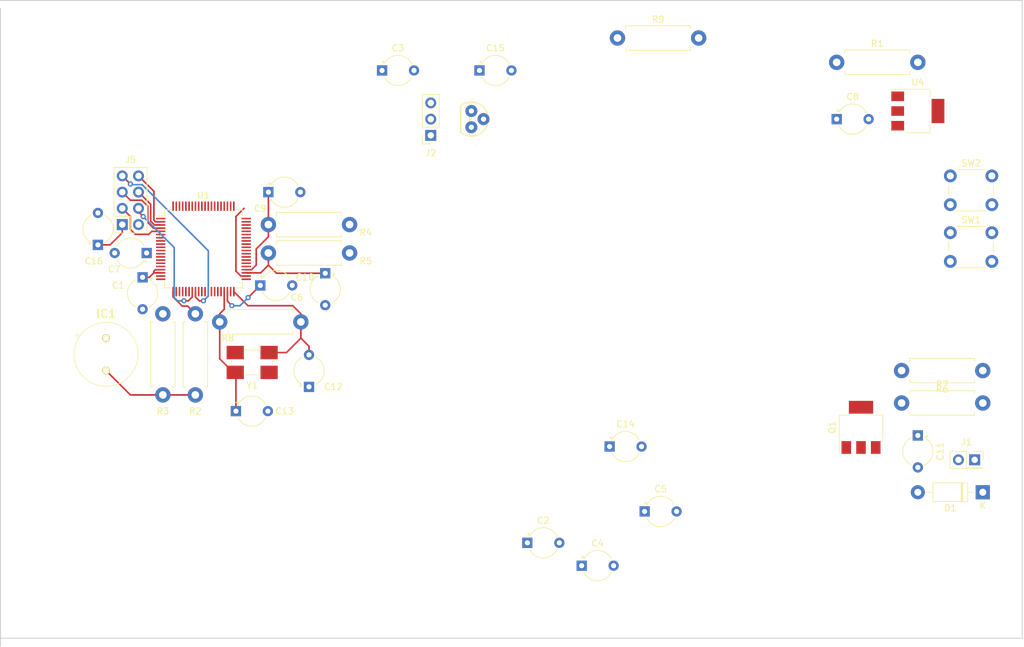
<source format=kicad_pcb>
(kicad_pcb (version 20171130) (host pcbnew "(5.1.0)-1")

  (general
    (thickness 1.6)
    (drawings 8)
    (tracks 107)
    (zones 0)
    (modules 41)
    (nets 83)
  )

  (page A4)
  (layers
    (0 F.Cu signal)
    (31 B.Cu signal)
    (32 B.Adhes user)
    (33 F.Adhes user)
    (34 B.Paste user)
    (35 F.Paste user)
    (36 B.SilkS user)
    (37 F.SilkS user)
    (38 B.Mask user)
    (39 F.Mask user)
    (40 Dwgs.User user)
    (41 Cmts.User user)
    (42 Eco1.User user)
    (43 Eco2.User user)
    (44 Edge.Cuts user)
    (45 Margin user)
    (46 B.CrtYd user)
    (47 F.CrtYd user)
    (48 B.Fab user)
    (49 F.Fab user)
  )

  (setup
    (last_trace_width 0.25)
    (trace_clearance 0.2)
    (zone_clearance 0.508)
    (zone_45_only no)
    (trace_min 0.2)
    (via_size 0.8)
    (via_drill 0.4)
    (via_min_size 0.4)
    (via_min_drill 0.3)
    (uvia_size 0.3)
    (uvia_drill 0.1)
    (uvias_allowed no)
    (uvia_min_size 0.2)
    (uvia_min_drill 0.1)
    (edge_width 0.15)
    (segment_width 0.2)
    (pcb_text_width 0.3)
    (pcb_text_size 1.5 1.5)
    (mod_edge_width 0.15)
    (mod_text_size 1 1)
    (mod_text_width 0.15)
    (pad_size 1.524 1.524)
    (pad_drill 0.762)
    (pad_to_mask_clearance 0.2)
    (aux_axis_origin 0 0)
    (grid_origin 55.08 144.93)
    (visible_elements 7FFFFFFF)
    (pcbplotparams
      (layerselection 0x00030_ffffffff)
      (usegerberextensions false)
      (usegerberattributes false)
      (usegerberadvancedattributes false)
      (creategerberjobfile false)
      (excludeedgelayer true)
      (linewidth 0.100000)
      (plotframeref false)
      (viasonmask false)
      (mode 1)
      (useauxorigin false)
      (hpglpennumber 1)
      (hpglpenspeed 20)
      (hpglpendiameter 15.000000)
      (psnegative false)
      (psa4output false)
      (plotreference true)
      (plotvalue true)
      (plotinvisibletext false)
      (padsonsilk false)
      (subtractmaskfromsilk false)
      (outputformat 1)
      (mirror false)
      (drillshape 0)
      (scaleselection 1)
      (outputdirectory ""))
  )

  (net 0 "")
  (net 1 "Net-(MK1-Pad1)")
  (net 2 "Net-(MK2-Pad1)")
  (net 3 "Net-(MK3-Pad1)")
  (net 4 "Net-(MK4-Pad1)")
  (net 5 GND)
  (net 6 +3V3)
  (net 7 "Net-(C8-Pad1)")
  (net 8 SEN0193)
  (net 9 TMP36GT)
  (net 10 +12V)
  (net 11 "Net-(C12-Pad2)")
  (net 12 "Net-(C13-Pad1)")
  (net 13 "Net-(C14-Pad1)")
  (net 14 "Net-(IC1-Pad2)")
  (net 15 "Net-(J2-Pad1)")
  (net 16 NRF24L01P_CSN)
  (net 17 NRF24L01P_CE)
  (net 18 NRF24L01P_MOSI)
  (net 19 NRF24L01P_SCK)
  (net 20 NRF24L01P_IRQ)
  (net 21 NRF24L01P_MISO)
  (net 22 "Net-(Q1-Pad2)")
  (net 23 HS1101)
  (net 24 "Net-(R5-Pad2)")
  (net 25 MOTOR)
  (net 26 "Net-(U1-Pad1)")
  (net 27 "Net-(U1-Pad6)")
  (net 28 "Net-(U1-Pad9)")
  (net 29 "Net-(U1-Pad10)")
  (net 30 "Net-(U1-Pad11)")
  (net 31 "Net-(U1-Pad12)")
  (net 32 "Net-(U1-Pad13)")
  (net 33 "Net-(U1-Pad14)")
  (net 34 "Net-(U1-Pad15)")
  (net 35 "Net-(U1-Pad16)")
  (net 36 "Net-(U1-Pad22)")
  (net 37 "Net-(U1-Pad23)")
  (net 38 "Net-(U1-Pad24)")
  (net 39 "Net-(U1-Pad25)")
  (net 40 "Net-(J3-Pad4)")
  (net 41 "Net-(J3-Pad2)")
  (net 42 "Net-(U1-Pad30)")
  (net 43 "Net-(U1-Pad31)")
  (net 44 "Net-(U1-Pad32)")
  (net 45 "Net-(U1-Pad33)")
  (net 46 "Net-(U1-Pad34)")
  (net 47 "Net-(U1-Pad35)")
  (net 48 "Net-(U1-Pad36)")
  (net 49 "Net-(U1-Pad41)")
  (net 50 "Net-(U1-Pad45)")
  (net 51 "Net-(U1-Pad46)")
  (net 52 "Net-(U1-Pad47)")
  (net 53 "Net-(U1-Pad48)")
  (net 54 "Net-(U1-Pad49)")
  (net 55 "Net-(U1-Pad50)")
  (net 56 "Net-(U1-Pad51)")
  (net 57 "Net-(U1-Pad52)")
  (net 58 "Net-(U1-Pad53)")
  (net 59 "Net-(U1-Pad54)")
  (net 60 "Net-(U1-Pad55)")
  (net 61 "Net-(U1-Pad56)")
  (net 62 "Net-(U1-Pad57)")
  (net 63 "Net-(U1-Pad58)")
  (net 64 "Net-(U1-Pad61)")
  (net 65 "Net-(U1-Pad62)")
  (net 66 "Net-(U1-Pad63)")
  (net 67 "Net-(U1-Pad64)")
  (net 68 "Net-(U1-Pad65)")
  (net 69 "Net-(U1-Pad66)")
  (net 70 "Net-(U1-Pad67)")
  (net 71 "Net-(U1-Pad68)")
  (net 72 "Net-(U1-Pad69)")
  (net 73 "Net-(U1-Pad70)")
  (net 74 "Net-(U1-Pad71)")
  (net 75 "Net-(U1-Pad72)")
  (net 76 "Net-(U1-Pad74)")
  (net 77 "Net-(U1-Pad75)")
  (net 78 "Net-(U1-Pad76)")
  (net 79 "Net-(U1-Pad77)")
  (net 80 "Net-(U1-Pad78)")
  (net 81 "Net-(U1-Pad79)")
  (net 82 "Net-(U1-Pad80)")

  (net_class Default "This is the default net class."
    (clearance 0.2)
    (trace_width 0.25)
    (via_dia 0.8)
    (via_drill 0.4)
    (uvia_dia 0.3)
    (uvia_drill 0.1)
    (add_net +12V)
    (add_net +3V3)
    (add_net GND)
    (add_net HS1101)
    (add_net MOTOR)
    (add_net NRF24L01P_CE)
    (add_net NRF24L01P_CSN)
    (add_net NRF24L01P_IRQ)
    (add_net NRF24L01P_MISO)
    (add_net NRF24L01P_MOSI)
    (add_net NRF24L01P_SCK)
    (add_net "Net-(C12-Pad2)")
    (add_net "Net-(C13-Pad1)")
    (add_net "Net-(C14-Pad1)")
    (add_net "Net-(C8-Pad1)")
    (add_net "Net-(IC1-Pad2)")
    (add_net "Net-(J2-Pad1)")
    (add_net "Net-(J3-Pad2)")
    (add_net "Net-(J3-Pad4)")
    (add_net "Net-(MK1-Pad1)")
    (add_net "Net-(MK2-Pad1)")
    (add_net "Net-(MK3-Pad1)")
    (add_net "Net-(MK4-Pad1)")
    (add_net "Net-(Q1-Pad2)")
    (add_net "Net-(R5-Pad2)")
    (add_net "Net-(U1-Pad1)")
    (add_net "Net-(U1-Pad10)")
    (add_net "Net-(U1-Pad11)")
    (add_net "Net-(U1-Pad12)")
    (add_net "Net-(U1-Pad13)")
    (add_net "Net-(U1-Pad14)")
    (add_net "Net-(U1-Pad15)")
    (add_net "Net-(U1-Pad16)")
    (add_net "Net-(U1-Pad22)")
    (add_net "Net-(U1-Pad23)")
    (add_net "Net-(U1-Pad24)")
    (add_net "Net-(U1-Pad25)")
    (add_net "Net-(U1-Pad30)")
    (add_net "Net-(U1-Pad31)")
    (add_net "Net-(U1-Pad32)")
    (add_net "Net-(U1-Pad33)")
    (add_net "Net-(U1-Pad34)")
    (add_net "Net-(U1-Pad35)")
    (add_net "Net-(U1-Pad36)")
    (add_net "Net-(U1-Pad41)")
    (add_net "Net-(U1-Pad45)")
    (add_net "Net-(U1-Pad46)")
    (add_net "Net-(U1-Pad47)")
    (add_net "Net-(U1-Pad48)")
    (add_net "Net-(U1-Pad49)")
    (add_net "Net-(U1-Pad50)")
    (add_net "Net-(U1-Pad51)")
    (add_net "Net-(U1-Pad52)")
    (add_net "Net-(U1-Pad53)")
    (add_net "Net-(U1-Pad54)")
    (add_net "Net-(U1-Pad55)")
    (add_net "Net-(U1-Pad56)")
    (add_net "Net-(U1-Pad57)")
    (add_net "Net-(U1-Pad58)")
    (add_net "Net-(U1-Pad6)")
    (add_net "Net-(U1-Pad61)")
    (add_net "Net-(U1-Pad62)")
    (add_net "Net-(U1-Pad63)")
    (add_net "Net-(U1-Pad64)")
    (add_net "Net-(U1-Pad65)")
    (add_net "Net-(U1-Pad66)")
    (add_net "Net-(U1-Pad67)")
    (add_net "Net-(U1-Pad68)")
    (add_net "Net-(U1-Pad69)")
    (add_net "Net-(U1-Pad70)")
    (add_net "Net-(U1-Pad71)")
    (add_net "Net-(U1-Pad72)")
    (add_net "Net-(U1-Pad74)")
    (add_net "Net-(U1-Pad75)")
    (add_net "Net-(U1-Pad76)")
    (add_net "Net-(U1-Pad77)")
    (add_net "Net-(U1-Pad78)")
    (add_net "Net-(U1-Pad79)")
    (add_net "Net-(U1-Pad80)")
    (add_net "Net-(U1-Pad9)")
    (add_net SEN0193)
    (add_net TMP36GT)
  )

  (module Capacitor_THT:CP_Radial_Tantal_D4.5mm_P5.00mm (layer F.Cu) (tedit 5AE50EF0) (tstamp 5E2A4E20)
    (at 105.88 87.78 270)
    (descr "CP, Radial_Tantal series, Radial, pin pitch=5.00mm, , diameter=4.5mm, Tantal Electrolytic Capacitor, http://cdn-reichelt.de/documents/datenblatt/B300/TANTAL-TB-Serie%23.pdf")
    (tags "CP Radial_Tantal series Radial pin pitch 5.00mm  diameter 4.5mm Tantal Electrolytic Capacitor")
    (path /5E3AB7F2/5E448590)
    (fp_text reference C10 (at 0.635 3.175) (layer F.SilkS)
      (effects (font (size 1 1) (thickness 0.15)))
    )
    (fp_text value 16nF (at 5.08 -3.81) (layer F.Fab)
      (effects (font (size 1 1) (thickness 0.15)))
    )
    (fp_text user %R (at 2.5 0) (layer F.Fab)
      (effects (font (size 0.9 0.9) (thickness 0.135)))
    )
    (fp_line (start 0.187712 -1.56) (end 0.187712 -1.11) (layer F.SilkS) (width 0.12))
    (fp_line (start -0.037288 -1.335) (end 0.412712 -1.335) (layer F.SilkS) (width 0.12))
    (fp_line (start 0.80692 -1.2025) (end 0.80692 -0.7525) (layer F.Fab) (width 0.1))
    (fp_line (start 0.58192 -0.9775) (end 1.03192 -0.9775) (layer F.Fab) (width 0.1))
    (fp_circle (center 2.5 0) (end 6.22 0) (layer F.CrtYd) (width 0.05))
    (fp_circle (center 2.5 0) (end 4.75 0) (layer F.Fab) (width 0.1))
    (fp_arc (start 2.5 0) (end 0.380259 1.06) (angle -126.864288) (layer F.SilkS) (width 0.12))
    (fp_arc (start 2.5 0) (end 0.380259 -1.06) (angle 126.864288) (layer F.SilkS) (width 0.12))
    (pad 2 thru_hole circle (at 5 0 270) (size 1.6 1.6) (drill 0.8) (layers *.Cu *.Mask)
      (net 5 GND))
    (pad 1 thru_hole rect (at 0 0 270) (size 1.6 1.6) (drill 0.8) (layers *.Cu *.Mask)
      (net 9 TMP36GT))
    (model ${KISYS3DMOD}/Capacitor_THT.3dshapes/CP_Radial_Tantal_D4.5mm_P5.00mm.wrl
      (at (xyz 0 0 0))
      (scale (xyz 1 1 1))
      (rotate (xyz 0 0 0))
    )
  )

  (module Resistor_THT:R_Axial_DIN0411_L9.9mm_D3.6mm_P12.70mm_Horizontal (layer F.Cu) (tedit 5AE5139B) (tstamp 5E2A4F87)
    (at 96.99 84.605)
    (descr "Resistor, Axial_DIN0411 series, Axial, Horizontal, pin pitch=12.7mm, 1W, length*diameter=9.9*3.6mm^2")
    (tags "Resistor Axial_DIN0411 series Axial Horizontal pin pitch 12.7mm 1W length 9.9mm diameter 3.6mm")
    (path /5E3AB7F2/5E448589)
    (fp_text reference R5 (at 15.24 1.27) (layer F.SilkS)
      (effects (font (size 1 1) (thickness 0.15)))
    )
    (fp_text value 1M (at 8.89 0) (layer F.Fab)
      (effects (font (size 1 1) (thickness 0.15)))
    )
    (fp_line (start 1.4 -1.8) (end 1.4 1.8) (layer F.Fab) (width 0.1))
    (fp_line (start 1.4 1.8) (end 11.3 1.8) (layer F.Fab) (width 0.1))
    (fp_line (start 11.3 1.8) (end 11.3 -1.8) (layer F.Fab) (width 0.1))
    (fp_line (start 11.3 -1.8) (end 1.4 -1.8) (layer F.Fab) (width 0.1))
    (fp_line (start 0 0) (end 1.4 0) (layer F.Fab) (width 0.1))
    (fp_line (start 12.7 0) (end 11.3 0) (layer F.Fab) (width 0.1))
    (fp_line (start 1.28 -1.44) (end 1.28 -1.92) (layer F.SilkS) (width 0.12))
    (fp_line (start 1.28 -1.92) (end 11.42 -1.92) (layer F.SilkS) (width 0.12))
    (fp_line (start 11.42 -1.92) (end 11.42 -1.44) (layer F.SilkS) (width 0.12))
    (fp_line (start 1.28 1.44) (end 1.28 1.92) (layer F.SilkS) (width 0.12))
    (fp_line (start 1.28 1.92) (end 11.42 1.92) (layer F.SilkS) (width 0.12))
    (fp_line (start 11.42 1.92) (end 11.42 1.44) (layer F.SilkS) (width 0.12))
    (fp_line (start -1.45 -2.05) (end -1.45 2.05) (layer F.CrtYd) (width 0.05))
    (fp_line (start -1.45 2.05) (end 14.15 2.05) (layer F.CrtYd) (width 0.05))
    (fp_line (start 14.15 2.05) (end 14.15 -2.05) (layer F.CrtYd) (width 0.05))
    (fp_line (start 14.15 -2.05) (end -1.45 -2.05) (layer F.CrtYd) (width 0.05))
    (fp_text user %R (at 6.35 0) (layer F.Fab)
      (effects (font (size 1 1) (thickness 0.15)))
    )
    (pad 1 thru_hole circle (at 0 0) (size 2.4 2.4) (drill 1.2) (layers *.Cu *.Mask)
      (net 9 TMP36GT))
    (pad 2 thru_hole oval (at 12.7 0) (size 2.4 2.4) (drill 1.2) (layers *.Cu *.Mask)
      (net 24 "Net-(R5-Pad2)"))
    (model ${KISYS3DMOD}/Resistor_THT.3dshapes/R_Axial_DIN0411_L9.9mm_D3.6mm_P12.70mm_Horizontal.wrl
      (at (xyz 0 0 0))
      (scale (xyz 1 1 1))
      (rotate (xyz 0 0 0))
    )
  )

  (module Capacitor_THT:CP_Radial_Tantal_D4.5mm_P5.00mm (layer F.Cu) (tedit 5AE50EF0) (tstamp 5E2A4E11)
    (at 96.99 75.08)
    (descr "CP, Radial_Tantal series, Radial, pin pitch=5.00mm, , diameter=4.5mm, Tantal Electrolytic Capacitor, http://cdn-reichelt.de/documents/datenblatt/B300/TANTAL-TB-Serie%23.pdf")
    (tags "CP Radial_Tantal series Radial pin pitch 5.00mm  diameter 4.5mm Tantal Electrolytic Capacitor")
    (path /5E3AB7F2/5E4485B1)
    (fp_text reference C9 (at -1.27 2.54) (layer F.SilkS)
      (effects (font (size 1 1) (thickness 0.15)))
    )
    (fp_text value 16nF (at 6.35 1.905) (layer F.Fab)
      (effects (font (size 1 1) (thickness 0.15)))
    )
    (fp_text user %R (at 2.5 0) (layer F.Fab)
      (effects (font (size 0.9 0.9) (thickness 0.135)))
    )
    (fp_line (start 0.187712 -1.56) (end 0.187712 -1.11) (layer F.SilkS) (width 0.12))
    (fp_line (start -0.037288 -1.335) (end 0.412712 -1.335) (layer F.SilkS) (width 0.12))
    (fp_line (start 0.80692 -1.2025) (end 0.80692 -0.7525) (layer F.Fab) (width 0.1))
    (fp_line (start 0.58192 -0.9775) (end 1.03192 -0.9775) (layer F.Fab) (width 0.1))
    (fp_circle (center 2.5 0) (end 6.22 0) (layer F.CrtYd) (width 0.05))
    (fp_circle (center 2.5 0) (end 4.75 0) (layer F.Fab) (width 0.1))
    (fp_arc (start 2.5 0) (end 0.380259 1.06) (angle -126.864288) (layer F.SilkS) (width 0.12))
    (fp_arc (start 2.5 0) (end 0.380259 -1.06) (angle 126.864288) (layer F.SilkS) (width 0.12))
    (pad 2 thru_hole circle (at 5 0) (size 1.6 1.6) (drill 0.8) (layers *.Cu *.Mask)
      (net 5 GND))
    (pad 1 thru_hole rect (at 0 0) (size 1.6 1.6) (drill 0.8) (layers *.Cu *.Mask)
      (net 8 SEN0193))
    (model ${KISYS3DMOD}/Capacitor_THT.3dshapes/CP_Radial_Tantal_D4.5mm_P5.00mm.wrl
      (at (xyz 0 0 0))
      (scale (xyz 1 1 1))
      (rotate (xyz 0 0 0))
    )
  )

  (module Resistor_THT:R_Axial_DIN0411_L9.9mm_D3.6mm_P12.70mm_Horizontal (layer F.Cu) (tedit 5AE5139B) (tstamp 5E2A4F70)
    (at 96.99 80.16)
    (descr "Resistor, Axial_DIN0411 series, Axial, Horizontal, pin pitch=12.7mm, 1W, length*diameter=9.9*3.6mm^2")
    (tags "Resistor Axial_DIN0411 series Axial Horizontal pin pitch 12.7mm 1W length 9.9mm diameter 3.6mm")
    (path /5E3AB7F2/5E4485AB)
    (fp_text reference R4 (at 15.24 1.27) (layer F.SilkS)
      (effects (font (size 1 1) (thickness 0.15)))
    )
    (fp_text value 1M (at 8.89 0) (layer F.Fab)
      (effects (font (size 1 1) (thickness 0.15)))
    )
    (fp_line (start 1.4 -1.8) (end 1.4 1.8) (layer F.Fab) (width 0.1))
    (fp_line (start 1.4 1.8) (end 11.3 1.8) (layer F.Fab) (width 0.1))
    (fp_line (start 11.3 1.8) (end 11.3 -1.8) (layer F.Fab) (width 0.1))
    (fp_line (start 11.3 -1.8) (end 1.4 -1.8) (layer F.Fab) (width 0.1))
    (fp_line (start 0 0) (end 1.4 0) (layer F.Fab) (width 0.1))
    (fp_line (start 12.7 0) (end 11.3 0) (layer F.Fab) (width 0.1))
    (fp_line (start 1.28 -1.44) (end 1.28 -1.92) (layer F.SilkS) (width 0.12))
    (fp_line (start 1.28 -1.92) (end 11.42 -1.92) (layer F.SilkS) (width 0.12))
    (fp_line (start 11.42 -1.92) (end 11.42 -1.44) (layer F.SilkS) (width 0.12))
    (fp_line (start 1.28 1.44) (end 1.28 1.92) (layer F.SilkS) (width 0.12))
    (fp_line (start 1.28 1.92) (end 11.42 1.92) (layer F.SilkS) (width 0.12))
    (fp_line (start 11.42 1.92) (end 11.42 1.44) (layer F.SilkS) (width 0.12))
    (fp_line (start -1.45 -2.05) (end -1.45 2.05) (layer F.CrtYd) (width 0.05))
    (fp_line (start -1.45 2.05) (end 14.15 2.05) (layer F.CrtYd) (width 0.05))
    (fp_line (start 14.15 2.05) (end 14.15 -2.05) (layer F.CrtYd) (width 0.05))
    (fp_line (start 14.15 -2.05) (end -1.45 -2.05) (layer F.CrtYd) (width 0.05))
    (fp_text user %R (at 6.35 0) (layer F.Fab)
      (effects (font (size 1 1) (thickness 0.15)))
    )
    (pad 1 thru_hole circle (at 0 0) (size 2.4 2.4) (drill 1.2) (layers *.Cu *.Mask)
      (net 8 SEN0193))
    (pad 2 thru_hole oval (at 12.7 0) (size 2.4 2.4) (drill 1.2) (layers *.Cu *.Mask)
      (net 15 "Net-(J2-Pad1)"))
    (model ${KISYS3DMOD}/Resistor_THT.3dshapes/R_Axial_DIN0411_L9.9mm_D3.6mm_P12.70mm_Horizontal.wrl
      (at (xyz 0 0 0))
      (scale (xyz 1 1 1))
      (rotate (xyz 0 0 0))
    )
  )

  (module HS1101LF:HS1101LF (layer F.Cu) (tedit 5E2463DD) (tstamp 5E2A4EB1)
    (at 71.59 97.94 90)
    (descr HS1101LF-2)
    (tags "Integrated Circuit")
    (path /5E3AB7F2/5E4374C5)
    (fp_text reference IC1 (at 3.81 0 180) (layer F.SilkS)
      (effects (font (size 1.27 1.27) (thickness 0.254)))
    )
    (fp_text value HS1101 (at -2.54 0 180) (layer F.SilkS) hide
      (effects (font (size 1.27 1.27) (thickness 0.254)))
    )
    (fp_line (start -8.54 -6) (end 3.46 -6) (layer Dwgs.User) (width 0.1))
    (fp_line (start 3.46 -6) (end 3.46 6) (layer Dwgs.User) (width 0.1))
    (fp_line (start 3.46 6) (end -8.54 6) (layer Dwgs.User) (width 0.1))
    (fp_line (start -8.54 6) (end -8.54 -6) (layer Dwgs.User) (width 0.1))
    (fp_line (start -7.54 0) (end -7.54 0) (layer Dwgs.User) (width 0.2))
    (fp_line (start 2.46 0) (end 2.46 0) (layer Dwgs.User) (width 0.2))
    (fp_line (start -7.54 0) (end -7.54 0) (layer F.SilkS) (width 0.1))
    (fp_line (start 2.46 0) (end 2.46 0) (layer F.SilkS) (width 0.1))
    (fp_line (start 0.36 -4.1) (end 0.66 -4.5) (layer Dwgs.User) (width 0.2))
    (fp_line (start 0.66 -4.5) (end 0.36 -4.7) (layer Dwgs.User) (width 0.2))
    (fp_line (start 0.36 -4.7) (end 0.06 -4.3) (layer Dwgs.User) (width 0.2))
    (fp_line (start 0.06 -4.3) (end 0.36 -4.7) (layer F.SilkS) (width 0.1))
    (fp_line (start 0.36 -4.7) (end 0.66 -4.5) (layer F.SilkS) (width 0.1))
    (fp_line (start 0.66 -4.5) (end 0.36 -4.1) (layer F.SilkS) (width 0.1))
    (fp_arc (start -2.54 0) (end -7.54 0) (angle 180) (layer Dwgs.User) (width 0.2))
    (fp_arc (start -2.54 0) (end 2.46 0) (angle 180) (layer Dwgs.User) (width 0.2))
    (fp_arc (start -2.54 0) (end -7.54 0) (angle 180) (layer F.SilkS) (width 0.1))
    (fp_arc (start -2.54 0) (end 2.46 0) (angle 180) (layer F.SilkS) (width 0.1))
    (pad 1 thru_hole circle (at 0 0 180) (size 1.2 1.2) (drill 0.7) (layers *.Cu *.Mask F.SilkS)
      (net 5 GND))
    (pad 2 thru_hole circle (at -5.08 0 180) (size 1.2 1.2) (drill 0.7) (layers *.Cu *.Mask F.SilkS)
      (net 14 "Net-(IC1-Pad2)"))
  )

  (module Mounting_Holes:MountingHole_2.7mm (layer F.Cu) (tedit 5A6CF9C5) (tstamp 597559B3)
    (at 58.6 139.45)
    (descr "Mounting Hole 2.7mm, no annular")
    (tags "mounting hole 2.7mm no annular")
    (path /5A6CFFFA)
    (fp_text reference MK3 (at 0 -3.7) (layer F.SilkS) hide
      (effects (font (size 1 1) (thickness 0.15)))
    )
    (fp_text value Mounting_Hole_PAD (at 0 3.7) (layer F.Fab) hide
      (effects (font (size 1 1) (thickness 0.15)))
    )
    (fp_circle (center 0 0) (end 2.7 0) (layer Cmts.User) (width 0.15))
    (fp_circle (center 0 0) (end 2.95 0) (layer F.CrtYd) (width 0.05))
    (pad 1 np_thru_hole circle (at 0 0) (size 2.7 2.7) (drill 2.7) (layers *.Cu *.Mask)
      (net 3 "Net-(MK3-Pad1)"))
  )

  (module Mounting_Holes:MountingHole_2.7mm (layer F.Cu) (tedit 5A6CF9B3) (tstamp 59755B13)
    (at 58.6 50.55)
    (descr "Mounting Hole 2.7mm, no annular")
    (tags "mounting hole 2.7mm no annular")
    (path /5A6CFED2)
    (fp_text reference MK1 (at 0 -3.7) (layer F.SilkS) hide
      (effects (font (size 1 1) (thickness 0.15)))
    )
    (fp_text value Mounting_Hole_PAD (at 0 3.7) (layer F.Fab) hide
      (effects (font (size 1 1) (thickness 0.15)))
    )
    (fp_circle (center 0 0) (end 2.7 0) (layer Cmts.User) (width 0.15))
    (fp_circle (center 0 0) (end 2.95 0) (layer F.CrtYd) (width 0.05))
    (pad 1 np_thru_hole circle (at 0 0) (size 2.7 2.7) (drill 2.7) (layers *.Cu *.Mask)
      (net 1 "Net-(MK1-Pad1)"))
  )

  (module Mounting_Holes:MountingHole_2.7mm (layer F.Cu) (tedit 5A6CF9D1) (tstamp 59755F5D)
    (at 212.24 139.45)
    (descr "Mounting Hole 2.7mm, no annular")
    (tags "mounting hole 2.7mm no annular")
    (path /5A6D003F)
    (fp_text reference MK4 (at 0 -3.7) (layer F.SilkS) hide
      (effects (font (size 1 1) (thickness 0.15)))
    )
    (fp_text value Mounting_Hole_PAD (at 0 3.7) (layer F.Fab) hide
      (effects (font (size 1 1) (thickness 0.15)))
    )
    (fp_circle (center 0 0) (end 2.7 0) (layer Cmts.User) (width 0.15))
    (fp_circle (center 0 0) (end 2.95 0) (layer F.CrtYd) (width 0.05))
    (pad 1 np_thru_hole circle (at 0 0) (size 2.7 2.7) (drill 2.7) (layers *.Cu *.Mask)
      (net 4 "Net-(MK4-Pad1)"))
  )

  (module Mounting_Holes:MountingHole_2.7mm (layer F.Cu) (tedit 5A6CF9BC) (tstamp 59755F56)
    (at 212.24 50.55)
    (descr "Mounting Hole 2.7mm, no annular")
    (tags "mounting hole 2.7mm no annular")
    (path /5A6CFF98)
    (fp_text reference MK2 (at 0 -3.7) (layer F.SilkS) hide
      (effects (font (size 1 1) (thickness 0.15)))
    )
    (fp_text value Mounting_Hole_PAD (at 0 3.7) (layer F.Fab) hide
      (effects (font (size 1 1) (thickness 0.15)))
    )
    (fp_circle (center 0 0) (end 2.7 0) (layer Cmts.User) (width 0.15))
    (fp_circle (center 0 0) (end 2.95 0) (layer F.CrtYd) (width 0.05))
    (pad 1 np_thru_hole circle (at 0 0) (size 2.7 2.7) (drill 2.7) (layers *.Cu *.Mask)
      (net 2 "Net-(MK2-Pad1)"))
  )

  (module Capacitor_THT:CP_Radial_Tantal_D4.5mm_P5.00mm (layer F.Cu) (tedit 5AE50EF0) (tstamp 5E2A4D99)
    (at 77.305 88.415 270)
    (descr "CP, Radial_Tantal series, Radial, pin pitch=5.00mm, , diameter=4.5mm, Tantal Electrolytic Capacitor, http://cdn-reichelt.de/documents/datenblatt/B300/TANTAL-TB-Serie%23.pdf")
    (tags "CP Radial_Tantal series Radial pin pitch 5.00mm  diameter 4.5mm Tantal Electrolytic Capacitor")
    (path /5E264660)
    (fp_text reference C1 (at 1.27 3.81) (layer F.SilkS)
      (effects (font (size 1 1) (thickness 0.15)))
    )
    (fp_text value 0.2uF (at 3.81 3.175) (layer F.Fab)
      (effects (font (size 1 1) (thickness 0.15)))
    )
    (fp_text user %R (at 2.5 0) (layer F.Fab)
      (effects (font (size 0.9 0.9) (thickness 0.135)))
    )
    (fp_line (start 0.187712 -1.56) (end 0.187712 -1.11) (layer F.SilkS) (width 0.12))
    (fp_line (start -0.037288 -1.335) (end 0.412712 -1.335) (layer F.SilkS) (width 0.12))
    (fp_line (start 0.80692 -1.2025) (end 0.80692 -0.7525) (layer F.Fab) (width 0.1))
    (fp_line (start 0.58192 -0.9775) (end 1.03192 -0.9775) (layer F.Fab) (width 0.1))
    (fp_circle (center 2.5 0) (end 6.22 0) (layer F.CrtYd) (width 0.05))
    (fp_circle (center 2.5 0) (end 4.75 0) (layer F.Fab) (width 0.1))
    (fp_arc (start 2.5 0) (end 0.380259 1.06) (angle -126.864288) (layer F.SilkS) (width 0.12))
    (fp_arc (start 2.5 0) (end 0.380259 -1.06) (angle 126.864288) (layer F.SilkS) (width 0.12))
    (pad 2 thru_hole circle (at 5 0 270) (size 1.6 1.6) (drill 0.8) (layers *.Cu *.Mask)
      (net 5 GND))
    (pad 1 thru_hole rect (at 0 0 270) (size 1.6 1.6) (drill 0.8) (layers *.Cu *.Mask)
      (net 6 +3V3))
    (model ${KISYS3DMOD}/Capacitor_THT.3dshapes/CP_Radial_Tantal_D4.5mm_P5.00mm.wrl
      (at (xyz 0 0 0))
      (scale (xyz 1 1 1))
      (rotate (xyz 0 0 0))
    )
  )

  (module Capacitor_THT:CP_Radial_Tantal_D4.5mm_P5.00mm (layer F.Cu) (tedit 5AE50EF0) (tstamp 5E2A4DA8)
    (at 137.505001 129.985001)
    (descr "CP, Radial_Tantal series, Radial, pin pitch=5.00mm, , diameter=4.5mm, Tantal Electrolytic Capacitor, http://cdn-reichelt.de/documents/datenblatt/B300/TANTAL-TB-Serie%23.pdf")
    (tags "CP Radial_Tantal series Radial pin pitch 5.00mm  diameter 4.5mm Tantal Electrolytic Capacitor")
    (path /5E25E894)
    (fp_text reference C2 (at 2.5 -3.5) (layer F.SilkS)
      (effects (font (size 1 1) (thickness 0.15)))
    )
    (fp_text value C_Small (at 2.5 3.5) (layer F.Fab)
      (effects (font (size 1 1) (thickness 0.15)))
    )
    (fp_arc (start 2.5 0) (end 0.380259 -1.06) (angle 126.864288) (layer F.SilkS) (width 0.12))
    (fp_arc (start 2.5 0) (end 0.380259 1.06) (angle -126.864288) (layer F.SilkS) (width 0.12))
    (fp_circle (center 2.5 0) (end 4.75 0) (layer F.Fab) (width 0.1))
    (fp_circle (center 2.5 0) (end 6.22 0) (layer F.CrtYd) (width 0.05))
    (fp_line (start 0.58192 -0.9775) (end 1.03192 -0.9775) (layer F.Fab) (width 0.1))
    (fp_line (start 0.80692 -1.2025) (end 0.80692 -0.7525) (layer F.Fab) (width 0.1))
    (fp_line (start -0.037288 -1.335) (end 0.412712 -1.335) (layer F.SilkS) (width 0.12))
    (fp_line (start 0.187712 -1.56) (end 0.187712 -1.11) (layer F.SilkS) (width 0.12))
    (fp_text user %R (at 2.5 0) (layer F.Fab)
      (effects (font (size 0.9 0.9) (thickness 0.135)))
    )
    (pad 1 thru_hole rect (at 0 0) (size 1.6 1.6) (drill 0.8) (layers *.Cu *.Mask)
      (net 6 +3V3))
    (pad 2 thru_hole circle (at 5 0) (size 1.6 1.6) (drill 0.8) (layers *.Cu *.Mask)
      (net 5 GND))
    (model ${KISYS3DMOD}/Capacitor_THT.3dshapes/CP_Radial_Tantal_D4.5mm_P5.00mm.wrl
      (at (xyz 0 0 0))
      (scale (xyz 1 1 1))
      (rotate (xyz 0 0 0))
    )
  )

  (module Capacitor_THT:CP_Radial_Tantal_D4.5mm_P5.00mm (layer F.Cu) (tedit 5AE50EF0) (tstamp 5E2A4DB7)
    (at 114.77 56.03)
    (descr "CP, Radial_Tantal series, Radial, pin pitch=5.00mm, , diameter=4.5mm, Tantal Electrolytic Capacitor, http://cdn-reichelt.de/documents/datenblatt/B300/TANTAL-TB-Serie%23.pdf")
    (tags "CP Radial_Tantal series Radial pin pitch 5.00mm  diameter 4.5mm Tantal Electrolytic Capacitor")
    (path /5E260057)
    (fp_text reference C3 (at 2.5 -3.5) (layer F.SilkS)
      (effects (font (size 1 1) (thickness 0.15)))
    )
    (fp_text value C_Small (at 2.5 3.5) (layer F.Fab)
      (effects (font (size 1 1) (thickness 0.15)))
    )
    (fp_arc (start 2.5 0) (end 0.380259 -1.06) (angle 126.864288) (layer F.SilkS) (width 0.12))
    (fp_arc (start 2.5 0) (end 0.380259 1.06) (angle -126.864288) (layer F.SilkS) (width 0.12))
    (fp_circle (center 2.5 0) (end 4.75 0) (layer F.Fab) (width 0.1))
    (fp_circle (center 2.5 0) (end 6.22 0) (layer F.CrtYd) (width 0.05))
    (fp_line (start 0.58192 -0.9775) (end 1.03192 -0.9775) (layer F.Fab) (width 0.1))
    (fp_line (start 0.80692 -1.2025) (end 0.80692 -0.7525) (layer F.Fab) (width 0.1))
    (fp_line (start -0.037288 -1.335) (end 0.412712 -1.335) (layer F.SilkS) (width 0.12))
    (fp_line (start 0.187712 -1.56) (end 0.187712 -1.11) (layer F.SilkS) (width 0.12))
    (fp_text user %R (at 2.5 0) (layer F.Fab)
      (effects (font (size 0.9 0.9) (thickness 0.135)))
    )
    (pad 1 thru_hole rect (at 0 0) (size 1.6 1.6) (drill 0.8) (layers *.Cu *.Mask)
      (net 6 +3V3))
    (pad 2 thru_hole circle (at 5 0) (size 1.6 1.6) (drill 0.8) (layers *.Cu *.Mask)
      (net 5 GND))
    (model ${KISYS3DMOD}/Capacitor_THT.3dshapes/CP_Radial_Tantal_D4.5mm_P5.00mm.wrl
      (at (xyz 0 0 0))
      (scale (xyz 1 1 1))
      (rotate (xyz 0 0 0))
    )
  )

  (module Capacitor_THT:CP_Radial_Tantal_D4.5mm_P5.00mm (layer F.Cu) (tedit 5AE50EF0) (tstamp 5E2A4DC6)
    (at 145.995001 133.565001)
    (descr "CP, Radial_Tantal series, Radial, pin pitch=5.00mm, , diameter=4.5mm, Tantal Electrolytic Capacitor, http://cdn-reichelt.de/documents/datenblatt/B300/TANTAL-TB-Serie%23.pdf")
    (tags "CP Radial_Tantal series Radial pin pitch 5.00mm  diameter 4.5mm Tantal Electrolytic Capacitor")
    (path /5E26029B)
    (fp_text reference C4 (at 2.5 -3.5) (layer F.SilkS)
      (effects (font (size 1 1) (thickness 0.15)))
    )
    (fp_text value C_Small (at 2.5 3.5) (layer F.Fab)
      (effects (font (size 1 1) (thickness 0.15)))
    )
    (fp_arc (start 2.5 0) (end 0.380259 -1.06) (angle 126.864288) (layer F.SilkS) (width 0.12))
    (fp_arc (start 2.5 0) (end 0.380259 1.06) (angle -126.864288) (layer F.SilkS) (width 0.12))
    (fp_circle (center 2.5 0) (end 4.75 0) (layer F.Fab) (width 0.1))
    (fp_circle (center 2.5 0) (end 6.22 0) (layer F.CrtYd) (width 0.05))
    (fp_line (start 0.58192 -0.9775) (end 1.03192 -0.9775) (layer F.Fab) (width 0.1))
    (fp_line (start 0.80692 -1.2025) (end 0.80692 -0.7525) (layer F.Fab) (width 0.1))
    (fp_line (start -0.037288 -1.335) (end 0.412712 -1.335) (layer F.SilkS) (width 0.12))
    (fp_line (start 0.187712 -1.56) (end 0.187712 -1.11) (layer F.SilkS) (width 0.12))
    (fp_text user %R (at 2.5 0) (layer F.Fab)
      (effects (font (size 0.9 0.9) (thickness 0.135)))
    )
    (pad 1 thru_hole rect (at 0 0) (size 1.6 1.6) (drill 0.8) (layers *.Cu *.Mask)
      (net 6 +3V3))
    (pad 2 thru_hole circle (at 5 0) (size 1.6 1.6) (drill 0.8) (layers *.Cu *.Mask)
      (net 5 GND))
    (model ${KISYS3DMOD}/Capacitor_THT.3dshapes/CP_Radial_Tantal_D4.5mm_P5.00mm.wrl
      (at (xyz 0 0 0))
      (scale (xyz 1 1 1))
      (rotate (xyz 0 0 0))
    )
  )

  (module Capacitor_THT:CP_Radial_Tantal_D4.5mm_P5.00mm (layer F.Cu) (tedit 5AE50EF0) (tstamp 5E2A4DD5)
    (at 155.845001 125.075001)
    (descr "CP, Radial_Tantal series, Radial, pin pitch=5.00mm, , diameter=4.5mm, Tantal Electrolytic Capacitor, http://cdn-reichelt.de/documents/datenblatt/B300/TANTAL-TB-Serie%23.pdf")
    (tags "CP Radial_Tantal series Radial pin pitch 5.00mm  diameter 4.5mm Tantal Electrolytic Capacitor")
    (path /5E2618C1)
    (fp_text reference C5 (at 2.5 -3.5) (layer F.SilkS)
      (effects (font (size 1 1) (thickness 0.15)))
    )
    (fp_text value C_Small (at 2.5 3.5) (layer F.Fab)
      (effects (font (size 1 1) (thickness 0.15)))
    )
    (fp_text user %R (at 2.5 0) (layer F.Fab)
      (effects (font (size 0.9 0.9) (thickness 0.135)))
    )
    (fp_line (start 0.187712 -1.56) (end 0.187712 -1.11) (layer F.SilkS) (width 0.12))
    (fp_line (start -0.037288 -1.335) (end 0.412712 -1.335) (layer F.SilkS) (width 0.12))
    (fp_line (start 0.80692 -1.2025) (end 0.80692 -0.7525) (layer F.Fab) (width 0.1))
    (fp_line (start 0.58192 -0.9775) (end 1.03192 -0.9775) (layer F.Fab) (width 0.1))
    (fp_circle (center 2.5 0) (end 6.22 0) (layer F.CrtYd) (width 0.05))
    (fp_circle (center 2.5 0) (end 4.75 0) (layer F.Fab) (width 0.1))
    (fp_arc (start 2.5 0) (end 0.380259 1.06) (angle -126.864288) (layer F.SilkS) (width 0.12))
    (fp_arc (start 2.5 0) (end 0.380259 -1.06) (angle 126.864288) (layer F.SilkS) (width 0.12))
    (pad 2 thru_hole circle (at 5 0) (size 1.6 1.6) (drill 0.8) (layers *.Cu *.Mask)
      (net 5 GND))
    (pad 1 thru_hole rect (at 0 0) (size 1.6 1.6) (drill 0.8) (layers *.Cu *.Mask)
      (net 6 +3V3))
    (model ${KISYS3DMOD}/Capacitor_THT.3dshapes/CP_Radial_Tantal_D4.5mm_P5.00mm.wrl
      (at (xyz 0 0 0))
      (scale (xyz 1 1 1))
      (rotate (xyz 0 0 0))
    )
  )

  (module Capacitor_THT:CP_Radial_Tantal_D4.5mm_P5.00mm (layer F.Cu) (tedit 5AE50EF0) (tstamp 5E2A4DE4)
    (at 95.72 89.685)
    (descr "CP, Radial_Tantal series, Radial, pin pitch=5.00mm, , diameter=4.5mm, Tantal Electrolytic Capacitor, http://cdn-reichelt.de/documents/datenblatt/B300/TANTAL-TB-Serie%23.pdf")
    (tags "CP Radial_Tantal series Radial pin pitch 5.00mm  diameter 4.5mm Tantal Electrolytic Capacitor")
    (path /5E2618C7)
    (fp_text reference C6 (at 5.715 1.905) (layer F.SilkS)
      (effects (font (size 1 1) (thickness 0.15)))
    )
    (fp_text value C_Small (at 2.5 3.5) (layer F.Fab)
      (effects (font (size 1 1) (thickness 0.15)))
    )
    (fp_arc (start 2.5 0) (end 0.380259 -1.06) (angle 126.864288) (layer F.SilkS) (width 0.12))
    (fp_arc (start 2.5 0) (end 0.380259 1.06) (angle -126.864288) (layer F.SilkS) (width 0.12))
    (fp_circle (center 2.5 0) (end 4.75 0) (layer F.Fab) (width 0.1))
    (fp_circle (center 2.5 0) (end 6.22 0) (layer F.CrtYd) (width 0.05))
    (fp_line (start 0.58192 -0.9775) (end 1.03192 -0.9775) (layer F.Fab) (width 0.1))
    (fp_line (start 0.80692 -1.2025) (end 0.80692 -0.7525) (layer F.Fab) (width 0.1))
    (fp_line (start -0.037288 -1.335) (end 0.412712 -1.335) (layer F.SilkS) (width 0.12))
    (fp_line (start 0.187712 -1.56) (end 0.187712 -1.11) (layer F.SilkS) (width 0.12))
    (fp_text user %R (at 2.5 0) (layer F.Fab)
      (effects (font (size 0.9 0.9) (thickness 0.135)))
    )
    (pad 1 thru_hole rect (at 0 0) (size 1.6 1.6) (drill 0.8) (layers *.Cu *.Mask)
      (net 6 +3V3))
    (pad 2 thru_hole circle (at 5 0) (size 1.6 1.6) (drill 0.8) (layers *.Cu *.Mask)
      (net 5 GND))
    (model ${KISYS3DMOD}/Capacitor_THT.3dshapes/CP_Radial_Tantal_D4.5mm_P5.00mm.wrl
      (at (xyz 0 0 0))
      (scale (xyz 1 1 1))
      (rotate (xyz 0 0 0))
    )
  )

  (module Capacitor_THT:CP_Radial_Tantal_D4.5mm_P5.00mm (layer F.Cu) (tedit 5AE50EF0) (tstamp 5E2A4DF3)
    (at 77.94 84.605 180)
    (descr "CP, Radial_Tantal series, Radial, pin pitch=5.00mm, , diameter=4.5mm, Tantal Electrolytic Capacitor, http://cdn-reichelt.de/documents/datenblatt/B300/TANTAL-TB-Serie%23.pdf")
    (tags "CP Radial_Tantal series Radial pin pitch 5.00mm  diameter 4.5mm Tantal Electrolytic Capacitor")
    (path /5E2618CD)
    (fp_text reference C7 (at 5.08 -2.54) (layer F.SilkS)
      (effects (font (size 1 1) (thickness 0.15)))
    )
    (fp_text value 0.2uF (at 2.54 1.905) (layer F.Fab)
      (effects (font (size 1 1) (thickness 0.15)))
    )
    (fp_text user %R (at 2.5 0) (layer F.Fab)
      (effects (font (size 0.9 0.9) (thickness 0.135)))
    )
    (fp_line (start 0.187712 -1.56) (end 0.187712 -1.11) (layer F.SilkS) (width 0.12))
    (fp_line (start -0.037288 -1.335) (end 0.412712 -1.335) (layer F.SilkS) (width 0.12))
    (fp_line (start 0.80692 -1.2025) (end 0.80692 -0.7525) (layer F.Fab) (width 0.1))
    (fp_line (start 0.58192 -0.9775) (end 1.03192 -0.9775) (layer F.Fab) (width 0.1))
    (fp_circle (center 2.5 0) (end 6.22 0) (layer F.CrtYd) (width 0.05))
    (fp_circle (center 2.5 0) (end 4.75 0) (layer F.Fab) (width 0.1))
    (fp_arc (start 2.5 0) (end 0.380259 1.06) (angle -126.864288) (layer F.SilkS) (width 0.12))
    (fp_arc (start 2.5 0) (end 0.380259 -1.06) (angle 126.864288) (layer F.SilkS) (width 0.12))
    (pad 2 thru_hole circle (at 5 0 180) (size 1.6 1.6) (drill 0.8) (layers *.Cu *.Mask)
      (net 5 GND))
    (pad 1 thru_hole rect (at 0 0 180) (size 1.6 1.6) (drill 0.8) (layers *.Cu *.Mask)
      (net 6 +3V3))
    (model ${KISYS3DMOD}/Capacitor_THT.3dshapes/CP_Radial_Tantal_D4.5mm_P5.00mm.wrl
      (at (xyz 0 0 0))
      (scale (xyz 1 1 1))
      (rotate (xyz 0 0 0))
    )
  )

  (module Capacitor_THT:CP_Radial_Tantal_D4.5mm_P5.00mm (layer F.Cu) (tedit 5AE50EF0) (tstamp 5E2A4E02)
    (at 185.89 63.65)
    (descr "CP, Radial_Tantal series, Radial, pin pitch=5.00mm, , diameter=4.5mm, Tantal Electrolytic Capacitor, http://cdn-reichelt.de/documents/datenblatt/B300/TANTAL-TB-Serie%23.pdf")
    (tags "CP Radial_Tantal series Radial pin pitch 5.00mm  diameter 4.5mm Tantal Electrolytic Capacitor")
    (path /5E522CC2)
    (fp_text reference C8 (at 2.5 -3.5) (layer F.SilkS)
      (effects (font (size 1 1) (thickness 0.15)))
    )
    (fp_text value 1uF (at 2.5 3.5) (layer F.Fab)
      (effects (font (size 1 1) (thickness 0.15)))
    )
    (fp_text user %R (at 2.5 0) (layer F.Fab)
      (effects (font (size 0.9 0.9) (thickness 0.135)))
    )
    (fp_line (start 0.187712 -1.56) (end 0.187712 -1.11) (layer F.SilkS) (width 0.12))
    (fp_line (start -0.037288 -1.335) (end 0.412712 -1.335) (layer F.SilkS) (width 0.12))
    (fp_line (start 0.80692 -1.2025) (end 0.80692 -0.7525) (layer F.Fab) (width 0.1))
    (fp_line (start 0.58192 -0.9775) (end 1.03192 -0.9775) (layer F.Fab) (width 0.1))
    (fp_circle (center 2.5 0) (end 6.22 0) (layer F.CrtYd) (width 0.05))
    (fp_circle (center 2.5 0) (end 4.75 0) (layer F.Fab) (width 0.1))
    (fp_arc (start 2.5 0) (end 0.380259 1.06) (angle -126.864288) (layer F.SilkS) (width 0.12))
    (fp_arc (start 2.5 0) (end 0.380259 -1.06) (angle 126.864288) (layer F.SilkS) (width 0.12))
    (pad 2 thru_hole circle (at 5 0) (size 1.6 1.6) (drill 0.8) (layers *.Cu *.Mask)
      (net 5 GND))
    (pad 1 thru_hole rect (at 0 0) (size 1.6 1.6) (drill 0.8) (layers *.Cu *.Mask)
      (net 7 "Net-(C8-Pad1)"))
    (model ${KISYS3DMOD}/Capacitor_THT.3dshapes/CP_Radial_Tantal_D4.5mm_P5.00mm.wrl
      (at (xyz 0 0 0))
      (scale (xyz 1 1 1))
      (rotate (xyz 0 0 0))
    )
  )

  (module Capacitor_THT:CP_Radial_Tantal_D4.5mm_P5.00mm (layer F.Cu) (tedit 5AE50EF0) (tstamp 5E2A4E2F)
    (at 198.59 113.18 270)
    (descr "CP, Radial_Tantal series, Radial, pin pitch=5.00mm, , diameter=4.5mm, Tantal Electrolytic Capacitor, http://cdn-reichelt.de/documents/datenblatt/B300/TANTAL-TB-Serie%23.pdf")
    (tags "CP Radial_Tantal series Radial pin pitch 5.00mm  diameter 4.5mm Tantal Electrolytic Capacitor")
    (path /5E3AB7F2/5E298D26)
    (fp_text reference C11 (at 2.5 -3.5 270) (layer F.SilkS)
      (effects (font (size 1 1) (thickness 0.15)))
    )
    (fp_text value 20nF (at 2.5 3.5 270) (layer F.Fab)
      (effects (font (size 1 1) (thickness 0.15)))
    )
    (fp_arc (start 2.5 0) (end 0.380259 -1.06) (angle 126.864288) (layer F.SilkS) (width 0.12))
    (fp_arc (start 2.5 0) (end 0.380259 1.06) (angle -126.864288) (layer F.SilkS) (width 0.12))
    (fp_circle (center 2.5 0) (end 4.75 0) (layer F.Fab) (width 0.1))
    (fp_circle (center 2.5 0) (end 6.22 0) (layer F.CrtYd) (width 0.05))
    (fp_line (start 0.58192 -0.9775) (end 1.03192 -0.9775) (layer F.Fab) (width 0.1))
    (fp_line (start 0.80692 -1.2025) (end 0.80692 -0.7525) (layer F.Fab) (width 0.1))
    (fp_line (start -0.037288 -1.335) (end 0.412712 -1.335) (layer F.SilkS) (width 0.12))
    (fp_line (start 0.187712 -1.56) (end 0.187712 -1.11) (layer F.SilkS) (width 0.12))
    (fp_text user %R (at 2.5 0 270) (layer F.Fab)
      (effects (font (size 0.9 0.9) (thickness 0.135)))
    )
    (pad 1 thru_hole rect (at 0 0 270) (size 1.6 1.6) (drill 0.8) (layers *.Cu *.Mask)
      (net 10 +12V))
    (pad 2 thru_hole circle (at 5 0 270) (size 1.6 1.6) (drill 0.8) (layers *.Cu *.Mask)
      (net 5 GND))
    (model ${KISYS3DMOD}/Capacitor_THT.3dshapes/CP_Radial_Tantal_D4.5mm_P5.00mm.wrl
      (at (xyz 0 0 0))
      (scale (xyz 1 1 1))
      (rotate (xyz 0 0 0))
    )
  )

  (module Capacitor_THT:CP_Radial_Tantal_D4.5mm_P5.00mm (layer F.Cu) (tedit 5AE50EF0) (tstamp 5E2A4E3E)
    (at 103.34 105.56 90)
    (descr "CP, Radial_Tantal series, Radial, pin pitch=5.00mm, , diameter=4.5mm, Tantal Electrolytic Capacitor, http://cdn-reichelt.de/documents/datenblatt/B300/TANTAL-TB-Serie%23.pdf")
    (tags "CP Radial_Tantal series Radial pin pitch 5.00mm  diameter 4.5mm Tantal Electrolytic Capacitor")
    (path /5E39EB8D)
    (fp_text reference C12 (at 0 3.81 180) (layer F.SilkS)
      (effects (font (size 1 1) (thickness 0.15)))
    )
    (fp_text value 22pF (at 2.54 5.08 180) (layer F.Fab)
      (effects (font (size 1 1) (thickness 0.15)))
    )
    (fp_arc (start 2.5 0) (end 0.380259 -1.06) (angle 126.864288) (layer F.SilkS) (width 0.12))
    (fp_arc (start 2.5 0) (end 0.380259 1.06) (angle -126.864288) (layer F.SilkS) (width 0.12))
    (fp_circle (center 2.5 0) (end 4.75 0) (layer F.Fab) (width 0.1))
    (fp_circle (center 2.5 0) (end 6.22 0) (layer F.CrtYd) (width 0.05))
    (fp_line (start 0.58192 -0.9775) (end 1.03192 -0.9775) (layer F.Fab) (width 0.1))
    (fp_line (start 0.80692 -1.2025) (end 0.80692 -0.7525) (layer F.Fab) (width 0.1))
    (fp_line (start -0.037288 -1.335) (end 0.412712 -1.335) (layer F.SilkS) (width 0.12))
    (fp_line (start 0.187712 -1.56) (end 0.187712 -1.11) (layer F.SilkS) (width 0.12))
    (fp_text user %R (at 2.5 0 180) (layer F.Fab)
      (effects (font (size 0.9 0.9) (thickness 0.135)))
    )
    (pad 1 thru_hole rect (at 0 0 90) (size 1.6 1.6) (drill 0.8) (layers *.Cu *.Mask)
      (net 5 GND))
    (pad 2 thru_hole circle (at 5 0 90) (size 1.6 1.6) (drill 0.8) (layers *.Cu *.Mask)
      (net 11 "Net-(C12-Pad2)"))
    (model ${KISYS3DMOD}/Capacitor_THT.3dshapes/CP_Radial_Tantal_D4.5mm_P5.00mm.wrl
      (at (xyz 0 0 0))
      (scale (xyz 1 1 1))
      (rotate (xyz 0 0 0))
    )
  )

  (module Capacitor_THT:CP_Radial_Tantal_D4.5mm_P5.00mm (layer F.Cu) (tedit 5AE50EF0) (tstamp 5E2A4E4D)
    (at 91.91 109.37)
    (descr "CP, Radial_Tantal series, Radial, pin pitch=5.00mm, , diameter=4.5mm, Tantal Electrolytic Capacitor, http://cdn-reichelt.de/documents/datenblatt/B300/TANTAL-TB-Serie%23.pdf")
    (tags "CP Radial_Tantal series Radial pin pitch 5.00mm  diameter 4.5mm Tantal Electrolytic Capacitor")
    (path /5E3A285B)
    (fp_text reference C13 (at 7.62 0) (layer F.SilkS)
      (effects (font (size 1 1) (thickness 0.15)))
    )
    (fp_text value 22pF (at 2.5 3.5) (layer F.Fab)
      (effects (font (size 1 1) (thickness 0.15)))
    )
    (fp_text user %R (at 2.5 0) (layer F.Fab)
      (effects (font (size 0.9 0.9) (thickness 0.135)))
    )
    (fp_line (start 0.187712 -1.56) (end 0.187712 -1.11) (layer F.SilkS) (width 0.12))
    (fp_line (start -0.037288 -1.335) (end 0.412712 -1.335) (layer F.SilkS) (width 0.12))
    (fp_line (start 0.80692 -1.2025) (end 0.80692 -0.7525) (layer F.Fab) (width 0.1))
    (fp_line (start 0.58192 -0.9775) (end 1.03192 -0.9775) (layer F.Fab) (width 0.1))
    (fp_circle (center 2.5 0) (end 6.22 0) (layer F.CrtYd) (width 0.05))
    (fp_circle (center 2.5 0) (end 4.75 0) (layer F.Fab) (width 0.1))
    (fp_arc (start 2.5 0) (end 0.380259 1.06) (angle -126.864288) (layer F.SilkS) (width 0.12))
    (fp_arc (start 2.5 0) (end 0.380259 -1.06) (angle 126.864288) (layer F.SilkS) (width 0.12))
    (pad 2 thru_hole circle (at 5 0) (size 1.6 1.6) (drill 0.8) (layers *.Cu *.Mask)
      (net 5 GND))
    (pad 1 thru_hole rect (at 0 0) (size 1.6 1.6) (drill 0.8) (layers *.Cu *.Mask)
      (net 12 "Net-(C13-Pad1)"))
    (model ${KISYS3DMOD}/Capacitor_THT.3dshapes/CP_Radial_Tantal_D4.5mm_P5.00mm.wrl
      (at (xyz 0 0 0))
      (scale (xyz 1 1 1))
      (rotate (xyz 0 0 0))
    )
  )

  (module Capacitor_THT:CP_Radial_Tantal_D4.5mm_P5.00mm (layer F.Cu) (tedit 5AE50EF0) (tstamp 5E2A4E5C)
    (at 150.365001 114.915001)
    (descr "CP, Radial_Tantal series, Radial, pin pitch=5.00mm, , diameter=4.5mm, Tantal Electrolytic Capacitor, http://cdn-reichelt.de/documents/datenblatt/B300/TANTAL-TB-Serie%23.pdf")
    (tags "CP Radial_Tantal series Radial pin pitch 5.00mm  diameter 4.5mm Tantal Electrolytic Capacitor")
    (path /5E3EF0CD)
    (fp_text reference C14 (at 2.5 -3.5) (layer F.SilkS)
      (effects (font (size 1 1) (thickness 0.15)))
    )
    (fp_text value 1uF (at 2.5 3.5) (layer F.Fab)
      (effects (font (size 1 1) (thickness 0.15)))
    )
    (fp_text user %R (at 2.5 0) (layer F.Fab)
      (effects (font (size 0.9 0.9) (thickness 0.135)))
    )
    (fp_line (start 0.187712 -1.56) (end 0.187712 -1.11) (layer F.SilkS) (width 0.12))
    (fp_line (start -0.037288 -1.335) (end 0.412712 -1.335) (layer F.SilkS) (width 0.12))
    (fp_line (start 0.80692 -1.2025) (end 0.80692 -0.7525) (layer F.Fab) (width 0.1))
    (fp_line (start 0.58192 -0.9775) (end 1.03192 -0.9775) (layer F.Fab) (width 0.1))
    (fp_circle (center 2.5 0) (end 6.22 0) (layer F.CrtYd) (width 0.05))
    (fp_circle (center 2.5 0) (end 4.75 0) (layer F.Fab) (width 0.1))
    (fp_arc (start 2.5 0) (end 0.380259 1.06) (angle -126.864288) (layer F.SilkS) (width 0.12))
    (fp_arc (start 2.5 0) (end 0.380259 -1.06) (angle 126.864288) (layer F.SilkS) (width 0.12))
    (pad 2 thru_hole circle (at 5 0) (size 1.6 1.6) (drill 0.8) (layers *.Cu *.Mask)
      (net 5 GND))
    (pad 1 thru_hole rect (at 0 0) (size 1.6 1.6) (drill 0.8) (layers *.Cu *.Mask)
      (net 13 "Net-(C14-Pad1)"))
    (model ${KISYS3DMOD}/Capacitor_THT.3dshapes/CP_Radial_Tantal_D4.5mm_P5.00mm.wrl
      (at (xyz 0 0 0))
      (scale (xyz 1 1 1))
      (rotate (xyz 0 0 0))
    )
  )

  (module Capacitor_THT:CP_Radial_Tantal_D4.5mm_P5.00mm (layer F.Cu) (tedit 5AE50EF0) (tstamp 5E2A4E6B)
    (at 130.01 56.03)
    (descr "CP, Radial_Tantal series, Radial, pin pitch=5.00mm, , diameter=4.5mm, Tantal Electrolytic Capacitor, http://cdn-reichelt.de/documents/datenblatt/B300/TANTAL-TB-Serie%23.pdf")
    (tags "CP Radial_Tantal series Radial pin pitch 5.00mm  diameter 4.5mm Tantal Electrolytic Capacitor")
    (path /5E2A98D8)
    (fp_text reference C15 (at 2.5 -3.5) (layer F.SilkS)
      (effects (font (size 1 1) (thickness 0.15)))
    )
    (fp_text value C_Small (at 2.5 3.5) (layer F.Fab)
      (effects (font (size 1 1) (thickness 0.15)))
    )
    (fp_text user %R (at 2.5 0) (layer F.Fab)
      (effects (font (size 0.9 0.9) (thickness 0.135)))
    )
    (fp_line (start 0.187712 -1.56) (end 0.187712 -1.11) (layer F.SilkS) (width 0.12))
    (fp_line (start -0.037288 -1.335) (end 0.412712 -1.335) (layer F.SilkS) (width 0.12))
    (fp_line (start 0.80692 -1.2025) (end 0.80692 -0.7525) (layer F.Fab) (width 0.1))
    (fp_line (start 0.58192 -0.9775) (end 1.03192 -0.9775) (layer F.Fab) (width 0.1))
    (fp_circle (center 2.5 0) (end 6.22 0) (layer F.CrtYd) (width 0.05))
    (fp_circle (center 2.5 0) (end 4.75 0) (layer F.Fab) (width 0.1))
    (fp_arc (start 2.5 0) (end 0.380259 1.06) (angle -126.864288) (layer F.SilkS) (width 0.12))
    (fp_arc (start 2.5 0) (end 0.380259 -1.06) (angle 126.864288) (layer F.SilkS) (width 0.12))
    (pad 2 thru_hole circle (at 5 0) (size 1.6 1.6) (drill 0.8) (layers *.Cu *.Mask)
      (net 5 GND))
    (pad 1 thru_hole rect (at 0 0) (size 1.6 1.6) (drill 0.8) (layers *.Cu *.Mask)
      (net 6 +3V3))
    (model ${KISYS3DMOD}/Capacitor_THT.3dshapes/CP_Radial_Tantal_D4.5mm_P5.00mm.wrl
      (at (xyz 0 0 0))
      (scale (xyz 1 1 1))
      (rotate (xyz 0 0 0))
    )
  )

  (module Capacitor_THT:CP_Radial_Tantal_D4.5mm_P5.00mm (layer F.Cu) (tedit 5AE50EF0) (tstamp 5E2A4E7A)
    (at 70.32 83.335 90)
    (descr "CP, Radial_Tantal series, Radial, pin pitch=5.00mm, , diameter=4.5mm, Tantal Electrolytic Capacitor, http://cdn-reichelt.de/documents/datenblatt/B300/TANTAL-TB-Serie%23.pdf")
    (tags "CP Radial_Tantal series Radial pin pitch 5.00mm  diameter 4.5mm Tantal Electrolytic Capacitor")
    (path /5E2A98D2)
    (fp_text reference C16 (at -2.54 -0.635 180) (layer F.SilkS)
      (effects (font (size 1 1) (thickness 0.15)))
    )
    (fp_text value C_Small (at -0.635 -4.445 180) (layer F.Fab)
      (effects (font (size 1 1) (thickness 0.15)))
    )
    (fp_arc (start 2.5 0) (end 0.380259 -1.06) (angle 126.864288) (layer F.SilkS) (width 0.12))
    (fp_arc (start 2.5 0) (end 0.380259 1.06) (angle -126.864288) (layer F.SilkS) (width 0.12))
    (fp_circle (center 2.5 0) (end 4.75 0) (layer F.Fab) (width 0.1))
    (fp_circle (center 2.5 0) (end 6.22 0) (layer F.CrtYd) (width 0.05))
    (fp_line (start 0.58192 -0.9775) (end 1.03192 -0.9775) (layer F.Fab) (width 0.1))
    (fp_line (start 0.80692 -1.2025) (end 0.80692 -0.7525) (layer F.Fab) (width 0.1))
    (fp_line (start -0.037288 -1.335) (end 0.412712 -1.335) (layer F.SilkS) (width 0.12))
    (fp_line (start 0.187712 -1.56) (end 0.187712 -1.11) (layer F.SilkS) (width 0.12))
    (fp_text user %R (at 2.5 0 180) (layer F.Fab)
      (effects (font (size 0.9 0.9) (thickness 0.135)))
    )
    (pad 1 thru_hole rect (at 0 0 90) (size 1.6 1.6) (drill 0.8) (layers *.Cu *.Mask)
      (net 6 +3V3))
    (pad 2 thru_hole circle (at 5 0 90) (size 1.6 1.6) (drill 0.8) (layers *.Cu *.Mask)
      (net 5 GND))
    (model ${KISYS3DMOD}/Capacitor_THT.3dshapes/CP_Radial_Tantal_D4.5mm_P5.00mm.wrl
      (at (xyz 0 0 0))
      (scale (xyz 1 1 1))
      (rotate (xyz 0 0 0))
    )
  )

  (module Diode_THT:D_DO-41_SOD81_P10.16mm_Horizontal (layer F.Cu) (tedit 5AE50CD5) (tstamp 5E2A4E99)
    (at 208.75 122.07 180)
    (descr "Diode, DO-41_SOD81 series, Axial, Horizontal, pin pitch=10.16mm, , length*diameter=5.2*2.7mm^2, , http://www.diodes.com/_files/packages/DO-41%20(Plastic).pdf")
    (tags "Diode DO-41_SOD81 series Axial Horizontal pin pitch 10.16mm  length 5.2mm diameter 2.7mm")
    (path /5E3AB7F2/5E55298C)
    (fp_text reference D1 (at 5.08 -2.47 180) (layer F.SilkS)
      (effects (font (size 1 1) (thickness 0.15)))
    )
    (fp_text value 1N4001 (at 5.08 2.47 180) (layer F.Fab)
      (effects (font (size 1 1) (thickness 0.15)))
    )
    (fp_line (start 2.48 -1.35) (end 2.48 1.35) (layer F.Fab) (width 0.1))
    (fp_line (start 2.48 1.35) (end 7.68 1.35) (layer F.Fab) (width 0.1))
    (fp_line (start 7.68 1.35) (end 7.68 -1.35) (layer F.Fab) (width 0.1))
    (fp_line (start 7.68 -1.35) (end 2.48 -1.35) (layer F.Fab) (width 0.1))
    (fp_line (start 0 0) (end 2.48 0) (layer F.Fab) (width 0.1))
    (fp_line (start 10.16 0) (end 7.68 0) (layer F.Fab) (width 0.1))
    (fp_line (start 3.26 -1.35) (end 3.26 1.35) (layer F.Fab) (width 0.1))
    (fp_line (start 3.36 -1.35) (end 3.36 1.35) (layer F.Fab) (width 0.1))
    (fp_line (start 3.16 -1.35) (end 3.16 1.35) (layer F.Fab) (width 0.1))
    (fp_line (start 2.36 -1.47) (end 2.36 1.47) (layer F.SilkS) (width 0.12))
    (fp_line (start 2.36 1.47) (end 7.8 1.47) (layer F.SilkS) (width 0.12))
    (fp_line (start 7.8 1.47) (end 7.8 -1.47) (layer F.SilkS) (width 0.12))
    (fp_line (start 7.8 -1.47) (end 2.36 -1.47) (layer F.SilkS) (width 0.12))
    (fp_line (start 1.34 0) (end 2.36 0) (layer F.SilkS) (width 0.12))
    (fp_line (start 8.82 0) (end 7.8 0) (layer F.SilkS) (width 0.12))
    (fp_line (start 3.26 -1.47) (end 3.26 1.47) (layer F.SilkS) (width 0.12))
    (fp_line (start 3.38 -1.47) (end 3.38 1.47) (layer F.SilkS) (width 0.12))
    (fp_line (start 3.14 -1.47) (end 3.14 1.47) (layer F.SilkS) (width 0.12))
    (fp_line (start -1.35 -1.6) (end -1.35 1.6) (layer F.CrtYd) (width 0.05))
    (fp_line (start -1.35 1.6) (end 11.51 1.6) (layer F.CrtYd) (width 0.05))
    (fp_line (start 11.51 1.6) (end 11.51 -1.6) (layer F.CrtYd) (width 0.05))
    (fp_line (start 11.51 -1.6) (end -1.35 -1.6) (layer F.CrtYd) (width 0.05))
    (fp_text user %R (at 5.47 0 180) (layer F.Fab)
      (effects (font (size 1 1) (thickness 0.15)))
    )
    (fp_text user K (at 0 -2.1 180) (layer F.Fab)
      (effects (font (size 1 1) (thickness 0.15)))
    )
    (fp_text user K (at 0 -2.1 180) (layer F.SilkS)
      (effects (font (size 1 1) (thickness 0.15)))
    )
    (pad 1 thru_hole rect (at 0 0 180) (size 2.2 2.2) (drill 1.1) (layers *.Cu *.Mask)
      (net 10 +12V))
    (pad 2 thru_hole oval (at 10.16 0 180) (size 2.2 2.2) (drill 1.1) (layers *.Cu *.Mask)
      (net 5 GND))
    (model ${KISYS3DMOD}/Diode_THT.3dshapes/D_DO-41_SOD81_P10.16mm_Horizontal.wrl
      (at (xyz 0 0 0))
      (scale (xyz 1 1 1))
      (rotate (xyz 0 0 0))
    )
  )

  (module Connector_PinSocket_2.54mm:PinSocket_2x01_P2.54mm_Vertical (layer F.Cu) (tedit 5A19A420) (tstamp 5E2A4EC9)
    (at 207.48 116.99)
    (descr "Through hole straight socket strip, 2x01, 2.54mm pitch, double cols (from Kicad 4.0.7), script generated")
    (tags "Through hole socket strip THT 2x01 2.54mm double row")
    (path /5E3AB7F2/5E5500BC)
    (fp_text reference J1 (at -1.27 -2.77) (layer F.SilkS)
      (effects (font (size 1 1) (thickness 0.15)))
    )
    (fp_text value "Motor Connector" (at -1.27 2.77) (layer F.Fab)
      (effects (font (size 1 1) (thickness 0.15)))
    )
    (fp_line (start -3.81 -1.27) (end 0.635 -1.27) (layer F.Fab) (width 0.1))
    (fp_line (start 0.635 -1.27) (end 1.27 -0.635) (layer F.Fab) (width 0.1))
    (fp_line (start 1.27 -0.635) (end 1.27 1.27) (layer F.Fab) (width 0.1))
    (fp_line (start 1.27 1.27) (end -3.81 1.27) (layer F.Fab) (width 0.1))
    (fp_line (start -3.81 1.27) (end -3.81 -1.27) (layer F.Fab) (width 0.1))
    (fp_line (start -3.87 -1.33) (end -1.27 -1.33) (layer F.SilkS) (width 0.12))
    (fp_line (start -3.87 -1.33) (end -3.87 1.33) (layer F.SilkS) (width 0.12))
    (fp_line (start -3.87 1.33) (end 1.33 1.33) (layer F.SilkS) (width 0.12))
    (fp_line (start 1.33 1.27) (end 1.33 1.33) (layer F.SilkS) (width 0.12))
    (fp_line (start -1.27 1.27) (end 1.33 1.27) (layer F.SilkS) (width 0.12))
    (fp_line (start -1.27 -1.33) (end -1.27 1.27) (layer F.SilkS) (width 0.12))
    (fp_line (start 1.33 -1.33) (end 1.33 0) (layer F.SilkS) (width 0.12))
    (fp_line (start 0 -1.33) (end 1.33 -1.33) (layer F.SilkS) (width 0.12))
    (fp_line (start -4.34 -1.8) (end 1.76 -1.8) (layer F.CrtYd) (width 0.05))
    (fp_line (start 1.76 -1.8) (end 1.76 1.75) (layer F.CrtYd) (width 0.05))
    (fp_line (start 1.76 1.75) (end -4.34 1.75) (layer F.CrtYd) (width 0.05))
    (fp_line (start -4.34 1.75) (end -4.34 -1.8) (layer F.CrtYd) (width 0.05))
    (fp_text user %R (at -1.27 0) (layer F.Fab)
      (effects (font (size 1 1) (thickness 0.15)))
    )
    (pad 1 thru_hole rect (at 0 0) (size 1.7 1.7) (drill 1) (layers *.Cu *.Mask)
      (net 10 +12V))
    (pad 2 thru_hole oval (at -2.54 0) (size 1.7 1.7) (drill 1) (layers *.Cu *.Mask)
      (net 5 GND))
    (model ${KISYS3DMOD}/Connector_PinSocket_2.54mm.3dshapes/PinSocket_2x01_P2.54mm_Vertical.wrl
      (at (xyz 0 0 0))
      (scale (xyz 1 1 1))
      (rotate (xyz 0 0 0))
    )
  )

  (module Connector_PinSocket_2.54mm:PinSocket_1x03_P2.54mm_Vertical (layer F.Cu) (tedit 5A19A429) (tstamp 5E2A4EE0)
    (at 122.39 66.19 180)
    (descr "Through hole straight socket strip, 1x03, 2.54mm pitch, single row (from Kicad 4.0.7), script generated")
    (tags "Through hole socket strip THT 1x03 2.54mm single row")
    (path /5E3AB7F2/5E4485C2)
    (fp_text reference J2 (at 0 -2.77 180) (layer F.SilkS)
      (effects (font (size 1 1) (thickness 0.15)))
    )
    (fp_text value "Sensor Connector" (at 0 7.85 180) (layer F.Fab)
      (effects (font (size 1 1) (thickness 0.15)))
    )
    (fp_line (start -1.27 -1.27) (end 0.635 -1.27) (layer F.Fab) (width 0.1))
    (fp_line (start 0.635 -1.27) (end 1.27 -0.635) (layer F.Fab) (width 0.1))
    (fp_line (start 1.27 -0.635) (end 1.27 6.35) (layer F.Fab) (width 0.1))
    (fp_line (start 1.27 6.35) (end -1.27 6.35) (layer F.Fab) (width 0.1))
    (fp_line (start -1.27 6.35) (end -1.27 -1.27) (layer F.Fab) (width 0.1))
    (fp_line (start -1.33 1.27) (end 1.33 1.27) (layer F.SilkS) (width 0.12))
    (fp_line (start -1.33 1.27) (end -1.33 6.41) (layer F.SilkS) (width 0.12))
    (fp_line (start -1.33 6.41) (end 1.33 6.41) (layer F.SilkS) (width 0.12))
    (fp_line (start 1.33 1.27) (end 1.33 6.41) (layer F.SilkS) (width 0.12))
    (fp_line (start 1.33 -1.33) (end 1.33 0) (layer F.SilkS) (width 0.12))
    (fp_line (start 0 -1.33) (end 1.33 -1.33) (layer F.SilkS) (width 0.12))
    (fp_line (start -1.8 -1.8) (end 1.75 -1.8) (layer F.CrtYd) (width 0.05))
    (fp_line (start 1.75 -1.8) (end 1.75 6.85) (layer F.CrtYd) (width 0.05))
    (fp_line (start 1.75 6.85) (end -1.8 6.85) (layer F.CrtYd) (width 0.05))
    (fp_line (start -1.8 6.85) (end -1.8 -1.8) (layer F.CrtYd) (width 0.05))
    (fp_text user %R (at 0 2.54 270) (layer F.Fab)
      (effects (font (size 1 1) (thickness 0.15)))
    )
    (pad 1 thru_hole rect (at 0 0 180) (size 1.7 1.7) (drill 1) (layers *.Cu *.Mask)
      (net 15 "Net-(J2-Pad1)"))
    (pad 2 thru_hole oval (at 0 2.54 180) (size 1.7 1.7) (drill 1) (layers *.Cu *.Mask)
      (net 6 +3V3))
    (pad 3 thru_hole oval (at 0 5.08 180) (size 1.7 1.7) (drill 1) (layers *.Cu *.Mask)
      (net 5 GND))
    (model ${KISYS3DMOD}/Connector_PinSocket_2.54mm.3dshapes/PinSocket_1x03_P2.54mm_Vertical.wrl
      (at (xyz 0 0 0))
      (scale (xyz 1 1 1))
      (rotate (xyz 0 0 0))
    )
  )

  (module Connector_PinSocket_2.54mm:PinSocket_2x04_P2.54mm_Vertical (layer F.Cu) (tedit 5A19A422) (tstamp 5E2A4EFE)
    (at 74.13 80.16 180)
    (descr "Through hole straight socket strip, 2x04, 2.54mm pitch, double cols (from Kicad 4.0.7), script generated")
    (tags "Through hole socket strip THT 2x04 2.54mm double row")
    (path /5E3AB7F2/5E2B260A)
    (fp_text reference J5 (at -1.27 10.16 180) (layer F.SilkS)
      (effects (font (size 1 1) (thickness 0.15)))
    )
    (fp_text value "nRF24L01P Connector" (at -1.27 11.43 180) (layer F.Fab)
      (effects (font (size 1 1) (thickness 0.15)))
    )
    (fp_line (start -3.81 -1.27) (end 0.27 -1.27) (layer F.Fab) (width 0.1))
    (fp_line (start 0.27 -1.27) (end 1.27 -0.27) (layer F.Fab) (width 0.1))
    (fp_line (start 1.27 -0.27) (end 1.27 8.89) (layer F.Fab) (width 0.1))
    (fp_line (start 1.27 8.89) (end -3.81 8.89) (layer F.Fab) (width 0.1))
    (fp_line (start -3.81 8.89) (end -3.81 -1.27) (layer F.Fab) (width 0.1))
    (fp_line (start -3.87 -1.33) (end -1.27 -1.33) (layer F.SilkS) (width 0.12))
    (fp_line (start -3.87 -1.33) (end -3.87 8.95) (layer F.SilkS) (width 0.12))
    (fp_line (start -3.87 8.95) (end 1.33 8.95) (layer F.SilkS) (width 0.12))
    (fp_line (start 1.33 1.27) (end 1.33 8.95) (layer F.SilkS) (width 0.12))
    (fp_line (start -1.27 1.27) (end 1.33 1.27) (layer F.SilkS) (width 0.12))
    (fp_line (start -1.27 -1.33) (end -1.27 1.27) (layer F.SilkS) (width 0.12))
    (fp_line (start 1.33 -1.33) (end 1.33 0) (layer F.SilkS) (width 0.12))
    (fp_line (start 0 -1.33) (end 1.33 -1.33) (layer F.SilkS) (width 0.12))
    (fp_line (start -4.34 -1.8) (end 1.76 -1.8) (layer F.CrtYd) (width 0.05))
    (fp_line (start 1.76 -1.8) (end 1.76 9.4) (layer F.CrtYd) (width 0.05))
    (fp_line (start 1.76 9.4) (end -4.34 9.4) (layer F.CrtYd) (width 0.05))
    (fp_line (start -4.34 9.4) (end -4.34 -1.8) (layer F.CrtYd) (width 0.05))
    (fp_text user %R (at -1.27 3.81) (layer F.Fab)
      (effects (font (size 1 1) (thickness 0.15)))
    )
    (pad 1 thru_hole rect (at 0 0 180) (size 1.7 1.7) (drill 1) (layers *.Cu *.Mask)
      (net 6 +3V3))
    (pad 2 thru_hole oval (at -2.54 0 180) (size 1.7 1.7) (drill 1) (layers *.Cu *.Mask)
      (net 5 GND))
    (pad 3 thru_hole oval (at 0 2.54 180) (size 1.7 1.7) (drill 1) (layers *.Cu *.Mask)
      (net 16 NRF24L01P_CSN))
    (pad 4 thru_hole oval (at -2.54 2.54 180) (size 1.7 1.7) (drill 1) (layers *.Cu *.Mask)
      (net 17 NRF24L01P_CE))
    (pad 5 thru_hole oval (at 0 5.08 180) (size 1.7 1.7) (drill 1) (layers *.Cu *.Mask)
      (net 18 NRF24L01P_MOSI))
    (pad 6 thru_hole oval (at -2.54 5.08 180) (size 1.7 1.7) (drill 1) (layers *.Cu *.Mask)
      (net 19 NRF24L01P_SCK))
    (pad 7 thru_hole oval (at 0 7.62 180) (size 1.7 1.7) (drill 1) (layers *.Cu *.Mask)
      (net 20 NRF24L01P_IRQ))
    (pad 8 thru_hole oval (at -2.54 7.62 180) (size 1.7 1.7) (drill 1) (layers *.Cu *.Mask)
      (net 21 NRF24L01P_MISO))
    (model ${KISYS3DMOD}/Connector_PinSocket_2.54mm.3dshapes/PinSocket_2x04_P2.54mm_Vertical.wrl
      (at (xyz 0 0 0))
      (scale (xyz 1 1 1))
      (rotate (xyz 0 0 0))
    )
  )

  (module Package_TO_SOT_SMD:SOT-223-3_TabPin2 (layer F.Cu) (tedit 5A02FF57) (tstamp 5E2A4F14)
    (at 189.7 111.91 90)
    (descr "module CMS SOT223 4 pins")
    (tags "CMS SOT")
    (path /5E3AB7F2/5E55111A)
    (attr smd)
    (fp_text reference Q1 (at 0 -4.5 90) (layer F.SilkS)
      (effects (font (size 1 1) (thickness 0.15)))
    )
    (fp_text value BSP129 (at 0 4.5 90) (layer F.Fab)
      (effects (font (size 1 1) (thickness 0.15)))
    )
    (fp_text user %R (at 0 0 180) (layer F.Fab)
      (effects (font (size 0.8 0.8) (thickness 0.12)))
    )
    (fp_line (start 1.91 3.41) (end 1.91 2.15) (layer F.SilkS) (width 0.12))
    (fp_line (start 1.91 -3.41) (end 1.91 -2.15) (layer F.SilkS) (width 0.12))
    (fp_line (start 4.4 -3.6) (end -4.4 -3.6) (layer F.CrtYd) (width 0.05))
    (fp_line (start 4.4 3.6) (end 4.4 -3.6) (layer F.CrtYd) (width 0.05))
    (fp_line (start -4.4 3.6) (end 4.4 3.6) (layer F.CrtYd) (width 0.05))
    (fp_line (start -4.4 -3.6) (end -4.4 3.6) (layer F.CrtYd) (width 0.05))
    (fp_line (start -1.85 -2.35) (end -0.85 -3.35) (layer F.Fab) (width 0.1))
    (fp_line (start -1.85 -2.35) (end -1.85 3.35) (layer F.Fab) (width 0.1))
    (fp_line (start -1.85 3.41) (end 1.91 3.41) (layer F.SilkS) (width 0.12))
    (fp_line (start -0.85 -3.35) (end 1.85 -3.35) (layer F.Fab) (width 0.1))
    (fp_line (start -4.1 -3.41) (end 1.91 -3.41) (layer F.SilkS) (width 0.12))
    (fp_line (start -1.85 3.35) (end 1.85 3.35) (layer F.Fab) (width 0.1))
    (fp_line (start 1.85 -3.35) (end 1.85 3.35) (layer F.Fab) (width 0.1))
    (pad 2 smd rect (at 3.15 0 90) (size 2 3.8) (layers F.Cu F.Paste F.Mask)
      (net 22 "Net-(Q1-Pad2)"))
    (pad 2 smd rect (at -3.15 0 90) (size 2 1.5) (layers F.Cu F.Paste F.Mask)
      (net 22 "Net-(Q1-Pad2)"))
    (pad 3 smd rect (at -3.15 2.3 90) (size 2 1.5) (layers F.Cu F.Paste F.Mask)
      (net 5 GND))
    (pad 1 smd rect (at -3.15 -2.3 90) (size 2 1.5) (layers F.Cu F.Paste F.Mask)
      (net 5 GND))
    (model ${KISYS3DMOD}/Package_TO_SOT_SMD.3dshapes/SOT-223.wrl
      (at (xyz 0 0 0))
      (scale (xyz 1 1 1))
      (rotate (xyz 0 0 0))
    )
  )

  (module Resistor_THT:R_Axial_DIN0411_L9.9mm_D3.6mm_P12.70mm_Horizontal (layer F.Cu) (tedit 5AE5139B) (tstamp 5E2A4F2B)
    (at 185.89 54.76)
    (descr "Resistor, Axial_DIN0411 series, Axial, Horizontal, pin pitch=12.7mm, 1W, length*diameter=9.9*3.6mm^2")
    (tags "Resistor Axial_DIN0411 series Axial Horizontal pin pitch 12.7mm 1W length 9.9mm diameter 3.6mm")
    (path /5E522CB0)
    (fp_text reference R1 (at 6.35 -2.92) (layer F.SilkS)
      (effects (font (size 1 1) (thickness 0.15)))
    )
    (fp_text value 10K (at 6.35 2.92) (layer F.Fab)
      (effects (font (size 1 1) (thickness 0.15)))
    )
    (fp_text user %R (at 6.35 0) (layer F.Fab)
      (effects (font (size 1 1) (thickness 0.15)))
    )
    (fp_line (start 14.15 -2.05) (end -1.45 -2.05) (layer F.CrtYd) (width 0.05))
    (fp_line (start 14.15 2.05) (end 14.15 -2.05) (layer F.CrtYd) (width 0.05))
    (fp_line (start -1.45 2.05) (end 14.15 2.05) (layer F.CrtYd) (width 0.05))
    (fp_line (start -1.45 -2.05) (end -1.45 2.05) (layer F.CrtYd) (width 0.05))
    (fp_line (start 11.42 1.92) (end 11.42 1.44) (layer F.SilkS) (width 0.12))
    (fp_line (start 1.28 1.92) (end 11.42 1.92) (layer F.SilkS) (width 0.12))
    (fp_line (start 1.28 1.44) (end 1.28 1.92) (layer F.SilkS) (width 0.12))
    (fp_line (start 11.42 -1.92) (end 11.42 -1.44) (layer F.SilkS) (width 0.12))
    (fp_line (start 1.28 -1.92) (end 11.42 -1.92) (layer F.SilkS) (width 0.12))
    (fp_line (start 1.28 -1.44) (end 1.28 -1.92) (layer F.SilkS) (width 0.12))
    (fp_line (start 12.7 0) (end 11.3 0) (layer F.Fab) (width 0.1))
    (fp_line (start 0 0) (end 1.4 0) (layer F.Fab) (width 0.1))
    (fp_line (start 11.3 -1.8) (end 1.4 -1.8) (layer F.Fab) (width 0.1))
    (fp_line (start 11.3 1.8) (end 11.3 -1.8) (layer F.Fab) (width 0.1))
    (fp_line (start 1.4 1.8) (end 11.3 1.8) (layer F.Fab) (width 0.1))
    (fp_line (start 1.4 -1.8) (end 1.4 1.8) (layer F.Fab) (width 0.1))
    (pad 2 thru_hole oval (at 12.7 0) (size 2.4 2.4) (drill 1.2) (layers *.Cu *.Mask)
      (net 7 "Net-(C8-Pad1)"))
    (pad 1 thru_hole circle (at 0 0) (size 2.4 2.4) (drill 1.2) (layers *.Cu *.Mask)
      (net 6 +3V3))
    (model ${KISYS3DMOD}/Resistor_THT.3dshapes/R_Axial_DIN0411_L9.9mm_D3.6mm_P12.70mm_Horizontal.wrl
      (at (xyz 0 0 0))
      (scale (xyz 1 1 1))
      (rotate (xyz 0 0 0))
    )
  )

  (module Resistor_THT:R_Axial_DIN0411_L9.9mm_D3.6mm_P12.70mm_Horizontal (layer F.Cu) (tedit 5AE5139B) (tstamp 5E2A4F42)
    (at 85.56 106.83 90)
    (descr "Resistor, Axial_DIN0411 series, Axial, Horizontal, pin pitch=12.7mm, 1W, length*diameter=9.9*3.6mm^2")
    (tags "Resistor Axial_DIN0411 series Axial Horizontal pin pitch 12.7mm 1W length 9.9mm diameter 3.6mm")
    (path /5E3AB7F2/5E4374E5)
    (fp_text reference R2 (at -2.54 0 180) (layer F.SilkS)
      (effects (font (size 1 1) (thickness 0.15)))
    )
    (fp_text value 220ohm (at 8.89 0 180) (layer F.Fab)
      (effects (font (size 1 1) (thickness 0.15)))
    )
    (fp_line (start 1.4 -1.8) (end 1.4 1.8) (layer F.Fab) (width 0.1))
    (fp_line (start 1.4 1.8) (end 11.3 1.8) (layer F.Fab) (width 0.1))
    (fp_line (start 11.3 1.8) (end 11.3 -1.8) (layer F.Fab) (width 0.1))
    (fp_line (start 11.3 -1.8) (end 1.4 -1.8) (layer F.Fab) (width 0.1))
    (fp_line (start 0 0) (end 1.4 0) (layer F.Fab) (width 0.1))
    (fp_line (start 12.7 0) (end 11.3 0) (layer F.Fab) (width 0.1))
    (fp_line (start 1.28 -1.44) (end 1.28 -1.92) (layer F.SilkS) (width 0.12))
    (fp_line (start 1.28 -1.92) (end 11.42 -1.92) (layer F.SilkS) (width 0.12))
    (fp_line (start 11.42 -1.92) (end 11.42 -1.44) (layer F.SilkS) (width 0.12))
    (fp_line (start 1.28 1.44) (end 1.28 1.92) (layer F.SilkS) (width 0.12))
    (fp_line (start 1.28 1.92) (end 11.42 1.92) (layer F.SilkS) (width 0.12))
    (fp_line (start 11.42 1.92) (end 11.42 1.44) (layer F.SilkS) (width 0.12))
    (fp_line (start -1.45 -2.05) (end -1.45 2.05) (layer F.CrtYd) (width 0.05))
    (fp_line (start -1.45 2.05) (end 14.15 2.05) (layer F.CrtYd) (width 0.05))
    (fp_line (start 14.15 2.05) (end 14.15 -2.05) (layer F.CrtYd) (width 0.05))
    (fp_line (start 14.15 -2.05) (end -1.45 -2.05) (layer F.CrtYd) (width 0.05))
    (fp_text user %R (at 6.35 0 180) (layer F.Fab)
      (effects (font (size 1 1) (thickness 0.15)))
    )
    (pad 1 thru_hole circle (at 0 0 90) (size 2.4 2.4) (drill 1.2) (layers *.Cu *.Mask)
      (net 14 "Net-(IC1-Pad2)"))
    (pad 2 thru_hole oval (at 12.7 0 90) (size 2.4 2.4) (drill 1.2) (layers *.Cu *.Mask)
      (net 23 HS1101))
    (model ${KISYS3DMOD}/Resistor_THT.3dshapes/R_Axial_DIN0411_L9.9mm_D3.6mm_P12.70mm_Horizontal.wrl
      (at (xyz 0 0 0))
      (scale (xyz 1 1 1))
      (rotate (xyz 0 0 0))
    )
  )

  (module Resistor_THT:R_Axial_DIN0411_L9.9mm_D3.6mm_P12.70mm_Horizontal (layer F.Cu) (tedit 5AE5139B) (tstamp 5E2A4F59)
    (at 80.48 94.13 270)
    (descr "Resistor, Axial_DIN0411 series, Axial, Horizontal, pin pitch=12.7mm, 1W, length*diameter=9.9*3.6mm^2")
    (tags "Resistor Axial_DIN0411 series Axial Horizontal pin pitch 12.7mm 1W length 9.9mm diameter 3.6mm")
    (path /5E3AB7F2/5E4374CB)
    (fp_text reference R3 (at 15.24 0) (layer F.SilkS)
      (effects (font (size 1 1) (thickness 0.15)))
    )
    (fp_text value 1M (at 3.81 0) (layer F.Fab)
      (effects (font (size 1 1) (thickness 0.15)))
    )
    (fp_text user %R (at 6.35 0) (layer F.Fab)
      (effects (font (size 1 1) (thickness 0.15)))
    )
    (fp_line (start 14.15 -2.05) (end -1.45 -2.05) (layer F.CrtYd) (width 0.05))
    (fp_line (start 14.15 2.05) (end 14.15 -2.05) (layer F.CrtYd) (width 0.05))
    (fp_line (start -1.45 2.05) (end 14.15 2.05) (layer F.CrtYd) (width 0.05))
    (fp_line (start -1.45 -2.05) (end -1.45 2.05) (layer F.CrtYd) (width 0.05))
    (fp_line (start 11.42 1.92) (end 11.42 1.44) (layer F.SilkS) (width 0.12))
    (fp_line (start 1.28 1.92) (end 11.42 1.92) (layer F.SilkS) (width 0.12))
    (fp_line (start 1.28 1.44) (end 1.28 1.92) (layer F.SilkS) (width 0.12))
    (fp_line (start 11.42 -1.92) (end 11.42 -1.44) (layer F.SilkS) (width 0.12))
    (fp_line (start 1.28 -1.92) (end 11.42 -1.92) (layer F.SilkS) (width 0.12))
    (fp_line (start 1.28 -1.44) (end 1.28 -1.92) (layer F.SilkS) (width 0.12))
    (fp_line (start 12.7 0) (end 11.3 0) (layer F.Fab) (width 0.1))
    (fp_line (start 0 0) (end 1.4 0) (layer F.Fab) (width 0.1))
    (fp_line (start 11.3 -1.8) (end 1.4 -1.8) (layer F.Fab) (width 0.1))
    (fp_line (start 11.3 1.8) (end 11.3 -1.8) (layer F.Fab) (width 0.1))
    (fp_line (start 1.4 1.8) (end 11.3 1.8) (layer F.Fab) (width 0.1))
    (fp_line (start 1.4 -1.8) (end 1.4 1.8) (layer F.Fab) (width 0.1))
    (pad 2 thru_hole oval (at 12.7 0 270) (size 2.4 2.4) (drill 1.2) (layers *.Cu *.Mask)
      (net 14 "Net-(IC1-Pad2)"))
    (pad 1 thru_hole circle (at 0 0 270) (size 2.4 2.4) (drill 1.2) (layers *.Cu *.Mask)
      (net 5 GND))
    (model ${KISYS3DMOD}/Resistor_THT.3dshapes/R_Axial_DIN0411_L9.9mm_D3.6mm_P12.70mm_Horizontal.wrl
      (at (xyz 0 0 0))
      (scale (xyz 1 1 1))
      (rotate (xyz 0 0 0))
    )
  )

  (module Resistor_THT:R_Axial_DIN0411_L9.9mm_D3.6mm_P12.70mm_Horizontal (layer F.Cu) (tedit 5AE5139B) (tstamp 5E2A4F9E)
    (at 208.75 103.02 180)
    (descr "Resistor, Axial_DIN0411 series, Axial, Horizontal, pin pitch=12.7mm, 1W, length*diameter=9.9*3.6mm^2")
    (tags "Resistor Axial_DIN0411 series Axial Horizontal pin pitch 12.7mm 1W length 9.9mm diameter 3.6mm")
    (path /5E3AB7F2/5E554FDD)
    (fp_text reference R6 (at 6.35 -2.92 180) (layer F.SilkS)
      (effects (font (size 1 1) (thickness 0.15)))
    )
    (fp_text value 220ohm (at 6.35 2.92 180) (layer F.Fab)
      (effects (font (size 1 1) (thickness 0.15)))
    )
    (fp_line (start 1.4 -1.8) (end 1.4 1.8) (layer F.Fab) (width 0.1))
    (fp_line (start 1.4 1.8) (end 11.3 1.8) (layer F.Fab) (width 0.1))
    (fp_line (start 11.3 1.8) (end 11.3 -1.8) (layer F.Fab) (width 0.1))
    (fp_line (start 11.3 -1.8) (end 1.4 -1.8) (layer F.Fab) (width 0.1))
    (fp_line (start 0 0) (end 1.4 0) (layer F.Fab) (width 0.1))
    (fp_line (start 12.7 0) (end 11.3 0) (layer F.Fab) (width 0.1))
    (fp_line (start 1.28 -1.44) (end 1.28 -1.92) (layer F.SilkS) (width 0.12))
    (fp_line (start 1.28 -1.92) (end 11.42 -1.92) (layer F.SilkS) (width 0.12))
    (fp_line (start 11.42 -1.92) (end 11.42 -1.44) (layer F.SilkS) (width 0.12))
    (fp_line (start 1.28 1.44) (end 1.28 1.92) (layer F.SilkS) (width 0.12))
    (fp_line (start 1.28 1.92) (end 11.42 1.92) (layer F.SilkS) (width 0.12))
    (fp_line (start 11.42 1.92) (end 11.42 1.44) (layer F.SilkS) (width 0.12))
    (fp_line (start -1.45 -2.05) (end -1.45 2.05) (layer F.CrtYd) (width 0.05))
    (fp_line (start -1.45 2.05) (end 14.15 2.05) (layer F.CrtYd) (width 0.05))
    (fp_line (start 14.15 2.05) (end 14.15 -2.05) (layer F.CrtYd) (width 0.05))
    (fp_line (start 14.15 -2.05) (end -1.45 -2.05) (layer F.CrtYd) (width 0.05))
    (fp_text user %R (at 6.35 0 180) (layer F.Fab)
      (effects (font (size 1 1) (thickness 0.15)))
    )
    (pad 1 thru_hole circle (at 0 0 180) (size 2.4 2.4) (drill 1.2) (layers *.Cu *.Mask)
      (net 25 MOTOR))
    (pad 2 thru_hole oval (at 12.7 0 180) (size 2.4 2.4) (drill 1.2) (layers *.Cu *.Mask)
      (net 22 "Net-(Q1-Pad2)"))
    (model ${KISYS3DMOD}/Resistor_THT.3dshapes/R_Axial_DIN0411_L9.9mm_D3.6mm_P12.70mm_Horizontal.wrl
      (at (xyz 0 0 0))
      (scale (xyz 1 1 1))
      (rotate (xyz 0 0 0))
    )
  )

  (module Resistor_THT:R_Axial_DIN0411_L9.9mm_D3.6mm_P12.70mm_Horizontal (layer F.Cu) (tedit 5AE5139B) (tstamp 5E2A4FB5)
    (at 196.05 108.1)
    (descr "Resistor, Axial_DIN0411 series, Axial, Horizontal, pin pitch=12.7mm, 1W, length*diameter=9.9*3.6mm^2")
    (tags "Resistor Axial_DIN0411 series Axial Horizontal pin pitch 12.7mm 1W length 9.9mm diameter 3.6mm")
    (path /5E3AB7F2/5E55407A)
    (fp_text reference R7 (at 6.35 -2.92) (layer F.SilkS)
      (effects (font (size 1 1) (thickness 0.15)))
    )
    (fp_text value 10K (at 6.35 2.92) (layer F.Fab)
      (effects (font (size 1 1) (thickness 0.15)))
    )
    (fp_text user %R (at 6.35 0) (layer F.Fab)
      (effects (font (size 1 1) (thickness 0.15)))
    )
    (fp_line (start 14.15 -2.05) (end -1.45 -2.05) (layer F.CrtYd) (width 0.05))
    (fp_line (start 14.15 2.05) (end 14.15 -2.05) (layer F.CrtYd) (width 0.05))
    (fp_line (start -1.45 2.05) (end 14.15 2.05) (layer F.CrtYd) (width 0.05))
    (fp_line (start -1.45 -2.05) (end -1.45 2.05) (layer F.CrtYd) (width 0.05))
    (fp_line (start 11.42 1.92) (end 11.42 1.44) (layer F.SilkS) (width 0.12))
    (fp_line (start 1.28 1.92) (end 11.42 1.92) (layer F.SilkS) (width 0.12))
    (fp_line (start 1.28 1.44) (end 1.28 1.92) (layer F.SilkS) (width 0.12))
    (fp_line (start 11.42 -1.92) (end 11.42 -1.44) (layer F.SilkS) (width 0.12))
    (fp_line (start 1.28 -1.92) (end 11.42 -1.92) (layer F.SilkS) (width 0.12))
    (fp_line (start 1.28 -1.44) (end 1.28 -1.92) (layer F.SilkS) (width 0.12))
    (fp_line (start 12.7 0) (end 11.3 0) (layer F.Fab) (width 0.1))
    (fp_line (start 0 0) (end 1.4 0) (layer F.Fab) (width 0.1))
    (fp_line (start 11.3 -1.8) (end 1.4 -1.8) (layer F.Fab) (width 0.1))
    (fp_line (start 11.3 1.8) (end 11.3 -1.8) (layer F.Fab) (width 0.1))
    (fp_line (start 1.4 1.8) (end 11.3 1.8) (layer F.Fab) (width 0.1))
    (fp_line (start 1.4 -1.8) (end 1.4 1.8) (layer F.Fab) (width 0.1))
    (pad 2 thru_hole oval (at 12.7 0) (size 2.4 2.4) (drill 1.2) (layers *.Cu *.Mask)
      (net 5 GND))
    (pad 1 thru_hole circle (at 0 0) (size 2.4 2.4) (drill 1.2) (layers *.Cu *.Mask)
      (net 22 "Net-(Q1-Pad2)"))
    (model ${KISYS3DMOD}/Resistor_THT.3dshapes/R_Axial_DIN0411_L9.9mm_D3.6mm_P12.70mm_Horizontal.wrl
      (at (xyz 0 0 0))
      (scale (xyz 1 1 1))
      (rotate (xyz 0 0 0))
    )
  )

  (module Resistor_THT:R_Axial_DIN0411_L9.9mm_D3.6mm_P12.70mm_Horizontal (layer F.Cu) (tedit 5AE5139B) (tstamp 5E2A4FCC)
    (at 89.37 95.4)
    (descr "Resistor, Axial_DIN0411 series, Axial, Horizontal, pin pitch=12.7mm, 1W, length*diameter=9.9*3.6mm^2")
    (tags "Resistor Axial_DIN0411 series Axial Horizontal pin pitch 12.7mm 1W length 9.9mm diameter 3.6mm")
    (path /5E36D343)
    (fp_text reference R8 (at 1.27 2.54) (layer F.SilkS)
      (effects (font (size 1 1) (thickness 0.15)))
    )
    (fp_text value 1M (at 8.89 0) (layer F.Fab)
      (effects (font (size 1 1) (thickness 0.15)))
    )
    (fp_text user %R (at 6.35 0) (layer F.Fab)
      (effects (font (size 1 1) (thickness 0.15)))
    )
    (fp_line (start 14.15 -2.05) (end -1.45 -2.05) (layer F.CrtYd) (width 0.05))
    (fp_line (start 14.15 2.05) (end 14.15 -2.05) (layer F.CrtYd) (width 0.05))
    (fp_line (start -1.45 2.05) (end 14.15 2.05) (layer F.CrtYd) (width 0.05))
    (fp_line (start -1.45 -2.05) (end -1.45 2.05) (layer F.CrtYd) (width 0.05))
    (fp_line (start 11.42 1.92) (end 11.42 1.44) (layer F.SilkS) (width 0.12))
    (fp_line (start 1.28 1.92) (end 11.42 1.92) (layer F.SilkS) (width 0.12))
    (fp_line (start 1.28 1.44) (end 1.28 1.92) (layer F.SilkS) (width 0.12))
    (fp_line (start 11.42 -1.92) (end 11.42 -1.44) (layer F.SilkS) (width 0.12))
    (fp_line (start 1.28 -1.92) (end 11.42 -1.92) (layer F.SilkS) (width 0.12))
    (fp_line (start 1.28 -1.44) (end 1.28 -1.92) (layer F.SilkS) (width 0.12))
    (fp_line (start 12.7 0) (end 11.3 0) (layer F.Fab) (width 0.1))
    (fp_line (start 0 0) (end 1.4 0) (layer F.Fab) (width 0.1))
    (fp_line (start 11.3 -1.8) (end 1.4 -1.8) (layer F.Fab) (width 0.1))
    (fp_line (start 11.3 1.8) (end 11.3 -1.8) (layer F.Fab) (width 0.1))
    (fp_line (start 1.4 1.8) (end 11.3 1.8) (layer F.Fab) (width 0.1))
    (fp_line (start 1.4 -1.8) (end 1.4 1.8) (layer F.Fab) (width 0.1))
    (pad 2 thru_hole oval (at 12.7 0) (size 2.4 2.4) (drill 1.2) (layers *.Cu *.Mask)
      (net 11 "Net-(C12-Pad2)"))
    (pad 1 thru_hole circle (at 0 0) (size 2.4 2.4) (drill 1.2) (layers *.Cu *.Mask)
      (net 12 "Net-(C13-Pad1)"))
    (model ${KISYS3DMOD}/Resistor_THT.3dshapes/R_Axial_DIN0411_L9.9mm_D3.6mm_P12.70mm_Horizontal.wrl
      (at (xyz 0 0 0))
      (scale (xyz 1 1 1))
      (rotate (xyz 0 0 0))
    )
  )

  (module Resistor_THT:R_Axial_DIN0411_L9.9mm_D3.6mm_P12.70mm_Horizontal (layer F.Cu) (tedit 5AE5139B) (tstamp 5E2A4FE3)
    (at 151.6 50.95)
    (descr "Resistor, Axial_DIN0411 series, Axial, Horizontal, pin pitch=12.7mm, 1W, length*diameter=9.9*3.6mm^2")
    (tags "Resistor Axial_DIN0411 series Axial Horizontal pin pitch 12.7mm 1W length 9.9mm diameter 3.6mm")
    (path /5E3EF5CF)
    (fp_text reference R9 (at 6.35 -2.92) (layer F.SilkS)
      (effects (font (size 1 1) (thickness 0.15)))
    )
    (fp_text value 10K (at 6.35 2.92) (layer F.Fab)
      (effects (font (size 1 1) (thickness 0.15)))
    )
    (fp_text user %R (at 6.35 0) (layer F.Fab)
      (effects (font (size 1 1) (thickness 0.15)))
    )
    (fp_line (start 14.15 -2.05) (end -1.45 -2.05) (layer F.CrtYd) (width 0.05))
    (fp_line (start 14.15 2.05) (end 14.15 -2.05) (layer F.CrtYd) (width 0.05))
    (fp_line (start -1.45 2.05) (end 14.15 2.05) (layer F.CrtYd) (width 0.05))
    (fp_line (start -1.45 -2.05) (end -1.45 2.05) (layer F.CrtYd) (width 0.05))
    (fp_line (start 11.42 1.92) (end 11.42 1.44) (layer F.SilkS) (width 0.12))
    (fp_line (start 1.28 1.92) (end 11.42 1.92) (layer F.SilkS) (width 0.12))
    (fp_line (start 1.28 1.44) (end 1.28 1.92) (layer F.SilkS) (width 0.12))
    (fp_line (start 11.42 -1.92) (end 11.42 -1.44) (layer F.SilkS) (width 0.12))
    (fp_line (start 1.28 -1.92) (end 11.42 -1.92) (layer F.SilkS) (width 0.12))
    (fp_line (start 1.28 -1.44) (end 1.28 -1.92) (layer F.SilkS) (width 0.12))
    (fp_line (start 12.7 0) (end 11.3 0) (layer F.Fab) (width 0.1))
    (fp_line (start 0 0) (end 1.4 0) (layer F.Fab) (width 0.1))
    (fp_line (start 11.3 -1.8) (end 1.4 -1.8) (layer F.Fab) (width 0.1))
    (fp_line (start 11.3 1.8) (end 11.3 -1.8) (layer F.Fab) (width 0.1))
    (fp_line (start 1.4 1.8) (end 11.3 1.8) (layer F.Fab) (width 0.1))
    (fp_line (start 1.4 -1.8) (end 1.4 1.8) (layer F.Fab) (width 0.1))
    (pad 2 thru_hole oval (at 12.7 0) (size 2.4 2.4) (drill 1.2) (layers *.Cu *.Mask)
      (net 13 "Net-(C14-Pad1)"))
    (pad 1 thru_hole circle (at 0 0) (size 2.4 2.4) (drill 1.2) (layers *.Cu *.Mask)
      (net 10 +12V))
    (model ${KISYS3DMOD}/Resistor_THT.3dshapes/R_Axial_DIN0411_L9.9mm_D3.6mm_P12.70mm_Horizontal.wrl
      (at (xyz 0 0 0))
      (scale (xyz 1 1 1))
      (rotate (xyz 0 0 0))
    )
  )

  (module Button_Switch_THT:SW_PUSH_6mm (layer F.Cu) (tedit 5A02FE31) (tstamp 5E2A5002)
    (at 203.67 81.43)
    (descr https://www.omron.com/ecb/products/pdf/en-b3f.pdf)
    (tags "tact sw push 6mm")
    (path /5E522CCF)
    (fp_text reference SW1 (at 3.25 -2) (layer F.SilkS)
      (effects (font (size 1 1) (thickness 0.15)))
    )
    (fp_text value SW_Push (at 3.75 6.7) (layer F.Fab)
      (effects (font (size 1 1) (thickness 0.15)))
    )
    (fp_text user %R (at 3.25 2.25) (layer F.Fab)
      (effects (font (size 1 1) (thickness 0.15)))
    )
    (fp_line (start 3.25 -0.75) (end 6.25 -0.75) (layer F.Fab) (width 0.1))
    (fp_line (start 6.25 -0.75) (end 6.25 5.25) (layer F.Fab) (width 0.1))
    (fp_line (start 6.25 5.25) (end 0.25 5.25) (layer F.Fab) (width 0.1))
    (fp_line (start 0.25 5.25) (end 0.25 -0.75) (layer F.Fab) (width 0.1))
    (fp_line (start 0.25 -0.75) (end 3.25 -0.75) (layer F.Fab) (width 0.1))
    (fp_line (start 7.75 6) (end 8 6) (layer F.CrtYd) (width 0.05))
    (fp_line (start 8 6) (end 8 5.75) (layer F.CrtYd) (width 0.05))
    (fp_line (start 7.75 -1.5) (end 8 -1.5) (layer F.CrtYd) (width 0.05))
    (fp_line (start 8 -1.5) (end 8 -1.25) (layer F.CrtYd) (width 0.05))
    (fp_line (start -1.5 -1.25) (end -1.5 -1.5) (layer F.CrtYd) (width 0.05))
    (fp_line (start -1.5 -1.5) (end -1.25 -1.5) (layer F.CrtYd) (width 0.05))
    (fp_line (start -1.5 5.75) (end -1.5 6) (layer F.CrtYd) (width 0.05))
    (fp_line (start -1.5 6) (end -1.25 6) (layer F.CrtYd) (width 0.05))
    (fp_line (start -1.25 -1.5) (end 7.75 -1.5) (layer F.CrtYd) (width 0.05))
    (fp_line (start -1.5 5.75) (end -1.5 -1.25) (layer F.CrtYd) (width 0.05))
    (fp_line (start 7.75 6) (end -1.25 6) (layer F.CrtYd) (width 0.05))
    (fp_line (start 8 -1.25) (end 8 5.75) (layer F.CrtYd) (width 0.05))
    (fp_line (start 1 5.5) (end 5.5 5.5) (layer F.SilkS) (width 0.12))
    (fp_line (start -0.25 1.5) (end -0.25 3) (layer F.SilkS) (width 0.12))
    (fp_line (start 5.5 -1) (end 1 -1) (layer F.SilkS) (width 0.12))
    (fp_line (start 6.75 3) (end 6.75 1.5) (layer F.SilkS) (width 0.12))
    (fp_circle (center 3.25 2.25) (end 1.25 2.5) (layer F.Fab) (width 0.1))
    (pad 2 thru_hole circle (at 0 4.5 90) (size 2 2) (drill 1.1) (layers *.Cu *.Mask)
      (net 5 GND))
    (pad 1 thru_hole circle (at 0 0 90) (size 2 2) (drill 1.1) (layers *.Cu *.Mask)
      (net 7 "Net-(C8-Pad1)"))
    (pad 2 thru_hole circle (at 6.5 4.5 90) (size 2 2) (drill 1.1) (layers *.Cu *.Mask)
      (net 5 GND))
    (pad 1 thru_hole circle (at 6.5 0 90) (size 2 2) (drill 1.1) (layers *.Cu *.Mask)
      (net 7 "Net-(C8-Pad1)"))
    (model ${KISYS3DMOD}/Button_Switch_THT.3dshapes/SW_PUSH_6mm.wrl
      (at (xyz 0 0 0))
      (scale (xyz 1 1 1))
      (rotate (xyz 0 0 0))
    )
  )

  (module Button_Switch_THT:SW_PUSH_6mm (layer F.Cu) (tedit 5A02FE31) (tstamp 5E2A5021)
    (at 203.67 72.54)
    (descr https://www.omron.com/ecb/products/pdf/en-b3f.pdf)
    (tags "tact sw push 6mm")
    (path /5E3F0BDB)
    (fp_text reference SW2 (at 3.25 -2) (layer F.SilkS)
      (effects (font (size 1 1) (thickness 0.15)))
    )
    (fp_text value SW_Push (at 3.75 6.7) (layer F.Fab)
      (effects (font (size 1 1) (thickness 0.15)))
    )
    (fp_circle (center 3.25 2.25) (end 1.25 2.5) (layer F.Fab) (width 0.1))
    (fp_line (start 6.75 3) (end 6.75 1.5) (layer F.SilkS) (width 0.12))
    (fp_line (start 5.5 -1) (end 1 -1) (layer F.SilkS) (width 0.12))
    (fp_line (start -0.25 1.5) (end -0.25 3) (layer F.SilkS) (width 0.12))
    (fp_line (start 1 5.5) (end 5.5 5.5) (layer F.SilkS) (width 0.12))
    (fp_line (start 8 -1.25) (end 8 5.75) (layer F.CrtYd) (width 0.05))
    (fp_line (start 7.75 6) (end -1.25 6) (layer F.CrtYd) (width 0.05))
    (fp_line (start -1.5 5.75) (end -1.5 -1.25) (layer F.CrtYd) (width 0.05))
    (fp_line (start -1.25 -1.5) (end 7.75 -1.5) (layer F.CrtYd) (width 0.05))
    (fp_line (start -1.5 6) (end -1.25 6) (layer F.CrtYd) (width 0.05))
    (fp_line (start -1.5 5.75) (end -1.5 6) (layer F.CrtYd) (width 0.05))
    (fp_line (start -1.5 -1.5) (end -1.25 -1.5) (layer F.CrtYd) (width 0.05))
    (fp_line (start -1.5 -1.25) (end -1.5 -1.5) (layer F.CrtYd) (width 0.05))
    (fp_line (start 8 -1.5) (end 8 -1.25) (layer F.CrtYd) (width 0.05))
    (fp_line (start 7.75 -1.5) (end 8 -1.5) (layer F.CrtYd) (width 0.05))
    (fp_line (start 8 6) (end 8 5.75) (layer F.CrtYd) (width 0.05))
    (fp_line (start 7.75 6) (end 8 6) (layer F.CrtYd) (width 0.05))
    (fp_line (start 0.25 -0.75) (end 3.25 -0.75) (layer F.Fab) (width 0.1))
    (fp_line (start 0.25 5.25) (end 0.25 -0.75) (layer F.Fab) (width 0.1))
    (fp_line (start 6.25 5.25) (end 0.25 5.25) (layer F.Fab) (width 0.1))
    (fp_line (start 6.25 -0.75) (end 6.25 5.25) (layer F.Fab) (width 0.1))
    (fp_line (start 3.25 -0.75) (end 6.25 -0.75) (layer F.Fab) (width 0.1))
    (fp_text user %R (at 3.25 2.25) (layer F.Fab)
      (effects (font (size 1 1) (thickness 0.15)))
    )
    (pad 1 thru_hole circle (at 6.5 0 90) (size 2 2) (drill 1.1) (layers *.Cu *.Mask)
      (net 5 GND))
    (pad 2 thru_hole circle (at 6.5 4.5 90) (size 2 2) (drill 1.1) (layers *.Cu *.Mask)
      (net 13 "Net-(C14-Pad1)"))
    (pad 1 thru_hole circle (at 0 0 90) (size 2 2) (drill 1.1) (layers *.Cu *.Mask)
      (net 5 GND))
    (pad 2 thru_hole circle (at 0 4.5 90) (size 2 2) (drill 1.1) (layers *.Cu *.Mask)
      (net 13 "Net-(C14-Pad1)"))
    (model ${KISYS3DMOD}/Button_Switch_THT.3dshapes/SW_PUSH_6mm.wrl
      (at (xyz 0 0 0))
      (scale (xyz 1 1 1))
      (rotate (xyz 0 0 0))
    )
  )

  (module Package_QFP:LQFP-80_12x12mm_P0.5mm (layer F.Cu) (tedit 5C1956D1) (tstamp 5E2A509C)
    (at 86.83 83.97)
    (descr "LQFP, 80 Pin (https://www.nxp.com/docs/en/package-information/SOT315-1.pdf), generated with kicad-footprint-generator ipc_gullwing_generator.py")
    (tags "LQFP QFP")
    (path /5E24E5F4)
    (attr smd)
    (fp_text reference U1 (at 0 -8.38) (layer F.SilkS)
      (effects (font (size 1 1) (thickness 0.15)))
    )
    (fp_text value MKL25Z128VLK4 (at 0 -1.27) (layer F.Fab)
      (effects (font (size 1 1) (thickness 0.15)))
    )
    (fp_line (start 5.135 6.11) (end 6.11 6.11) (layer F.SilkS) (width 0.12))
    (fp_line (start 6.11 6.11) (end 6.11 5.135) (layer F.SilkS) (width 0.12))
    (fp_line (start -5.135 6.11) (end -6.11 6.11) (layer F.SilkS) (width 0.12))
    (fp_line (start -6.11 6.11) (end -6.11 5.135) (layer F.SilkS) (width 0.12))
    (fp_line (start 5.135 -6.11) (end 6.11 -6.11) (layer F.SilkS) (width 0.12))
    (fp_line (start 6.11 -6.11) (end 6.11 -5.135) (layer F.SilkS) (width 0.12))
    (fp_line (start -5.135 -6.11) (end -6.11 -6.11) (layer F.SilkS) (width 0.12))
    (fp_line (start -6.11 -6.11) (end -6.11 -5.135) (layer F.SilkS) (width 0.12))
    (fp_line (start -6.11 -5.135) (end -7.425 -5.135) (layer F.SilkS) (width 0.12))
    (fp_line (start -5 -6) (end 6 -6) (layer F.Fab) (width 0.1))
    (fp_line (start 6 -6) (end 6 6) (layer F.Fab) (width 0.1))
    (fp_line (start 6 6) (end -6 6) (layer F.Fab) (width 0.1))
    (fp_line (start -6 6) (end -6 -5) (layer F.Fab) (width 0.1))
    (fp_line (start -6 -5) (end -5 -6) (layer F.Fab) (width 0.1))
    (fp_line (start 0 -7.68) (end -5.12 -7.68) (layer F.CrtYd) (width 0.05))
    (fp_line (start -5.12 -7.68) (end -5.12 -6.25) (layer F.CrtYd) (width 0.05))
    (fp_line (start -5.12 -6.25) (end -6.25 -6.25) (layer F.CrtYd) (width 0.05))
    (fp_line (start -6.25 -6.25) (end -6.25 -5.12) (layer F.CrtYd) (width 0.05))
    (fp_line (start -6.25 -5.12) (end -7.68 -5.12) (layer F.CrtYd) (width 0.05))
    (fp_line (start -7.68 -5.12) (end -7.68 0) (layer F.CrtYd) (width 0.05))
    (fp_line (start 0 -7.68) (end 5.12 -7.68) (layer F.CrtYd) (width 0.05))
    (fp_line (start 5.12 -7.68) (end 5.12 -6.25) (layer F.CrtYd) (width 0.05))
    (fp_line (start 5.12 -6.25) (end 6.25 -6.25) (layer F.CrtYd) (width 0.05))
    (fp_line (start 6.25 -6.25) (end 6.25 -5.12) (layer F.CrtYd) (width 0.05))
    (fp_line (start 6.25 -5.12) (end 7.68 -5.12) (layer F.CrtYd) (width 0.05))
    (fp_line (start 7.68 -5.12) (end 7.68 0) (layer F.CrtYd) (width 0.05))
    (fp_line (start 0 7.68) (end -5.12 7.68) (layer F.CrtYd) (width 0.05))
    (fp_line (start -5.12 7.68) (end -5.12 6.25) (layer F.CrtYd) (width 0.05))
    (fp_line (start -5.12 6.25) (end -6.25 6.25) (layer F.CrtYd) (width 0.05))
    (fp_line (start -6.25 6.25) (end -6.25 5.12) (layer F.CrtYd) (width 0.05))
    (fp_line (start -6.25 5.12) (end -7.68 5.12) (layer F.CrtYd) (width 0.05))
    (fp_line (start -7.68 5.12) (end -7.68 0) (layer F.CrtYd) (width 0.05))
    (fp_line (start 0 7.68) (end 5.12 7.68) (layer F.CrtYd) (width 0.05))
    (fp_line (start 5.12 7.68) (end 5.12 6.25) (layer F.CrtYd) (width 0.05))
    (fp_line (start 5.12 6.25) (end 6.25 6.25) (layer F.CrtYd) (width 0.05))
    (fp_line (start 6.25 6.25) (end 6.25 5.12) (layer F.CrtYd) (width 0.05))
    (fp_line (start 6.25 5.12) (end 7.68 5.12) (layer F.CrtYd) (width 0.05))
    (fp_line (start 7.68 5.12) (end 7.68 0) (layer F.CrtYd) (width 0.05))
    (fp_text user %R (at 0 0) (layer F.Fab)
      (effects (font (size 1 1) (thickness 0.15)))
    )
    (pad 1 smd roundrect (at -6.6875 -4.75) (size 1.475 0.25) (layers F.Cu F.Paste F.Mask) (roundrect_rratio 0.25)
      (net 26 "Net-(U1-Pad1)"))
    (pad 2 smd roundrect (at -6.6875 -4.25) (size 1.475 0.25) (layers F.Cu F.Paste F.Mask) (roundrect_rratio 0.25)
      (net 21 NRF24L01P_MISO))
    (pad 3 smd roundrect (at -6.6875 -3.75) (size 1.475 0.25) (layers F.Cu F.Paste F.Mask) (roundrect_rratio 0.25)
      (net 19 NRF24L01P_SCK))
    (pad 4 smd roundrect (at -6.6875 -3.25) (size 1.475 0.25) (layers F.Cu F.Paste F.Mask) (roundrect_rratio 0.25)
      (net 18 NRF24L01P_MOSI))
    (pad 5 smd roundrect (at -6.6875 -2.75) (size 1.475 0.25) (layers F.Cu F.Paste F.Mask) (roundrect_rratio 0.25)
      (net 16 NRF24L01P_CSN))
    (pad 6 smd roundrect (at -6.6875 -2.25) (size 1.475 0.25) (layers F.Cu F.Paste F.Mask) (roundrect_rratio 0.25)
      (net 27 "Net-(U1-Pad6)"))
    (pad 7 smd roundrect (at -6.6875 -1.75) (size 1.475 0.25) (layers F.Cu F.Paste F.Mask) (roundrect_rratio 0.25)
      (net 6 +3V3))
    (pad 8 smd roundrect (at -6.6875 -1.25) (size 1.475 0.25) (layers F.Cu F.Paste F.Mask) (roundrect_rratio 0.25)
      (net 5 GND))
    (pad 9 smd roundrect (at -6.6875 -0.75) (size 1.475 0.25) (layers F.Cu F.Paste F.Mask) (roundrect_rratio 0.25)
      (net 28 "Net-(U1-Pad9)"))
    (pad 10 smd roundrect (at -6.6875 -0.25) (size 1.475 0.25) (layers F.Cu F.Paste F.Mask) (roundrect_rratio 0.25)
      (net 29 "Net-(U1-Pad10)"))
    (pad 11 smd roundrect (at -6.6875 0.25) (size 1.475 0.25) (layers F.Cu F.Paste F.Mask) (roundrect_rratio 0.25)
      (net 30 "Net-(U1-Pad11)"))
    (pad 12 smd roundrect (at -6.6875 0.75) (size 1.475 0.25) (layers F.Cu F.Paste F.Mask) (roundrect_rratio 0.25)
      (net 31 "Net-(U1-Pad12)"))
    (pad 13 smd roundrect (at -6.6875 1.25) (size 1.475 0.25) (layers F.Cu F.Paste F.Mask) (roundrect_rratio 0.25)
      (net 32 "Net-(U1-Pad13)"))
    (pad 14 smd roundrect (at -6.6875 1.75) (size 1.475 0.25) (layers F.Cu F.Paste F.Mask) (roundrect_rratio 0.25)
      (net 33 "Net-(U1-Pad14)"))
    (pad 15 smd roundrect (at -6.6875 2.25) (size 1.475 0.25) (layers F.Cu F.Paste F.Mask) (roundrect_rratio 0.25)
      (net 34 "Net-(U1-Pad15)"))
    (pad 16 smd roundrect (at -6.6875 2.75) (size 1.475 0.25) (layers F.Cu F.Paste F.Mask) (roundrect_rratio 0.25)
      (net 35 "Net-(U1-Pad16)"))
    (pad 17 smd roundrect (at -6.6875 3.25) (size 1.475 0.25) (layers F.Cu F.Paste F.Mask) (roundrect_rratio 0.25)
      (net 6 +3V3))
    (pad 18 smd roundrect (at -6.6875 3.75) (size 1.475 0.25) (layers F.Cu F.Paste F.Mask) (roundrect_rratio 0.25)
      (net 6 +3V3))
    (pad 19 smd roundrect (at -6.6875 4.25) (size 1.475 0.25) (layers F.Cu F.Paste F.Mask) (roundrect_rratio 0.25)
      (net 5 GND))
    (pad 20 smd roundrect (at -6.6875 4.75) (size 1.475 0.25) (layers F.Cu F.Paste F.Mask) (roundrect_rratio 0.25)
      (net 5 GND))
    (pad 21 smd roundrect (at -4.75 6.6875) (size 0.25 1.475) (layers F.Cu F.Paste F.Mask) (roundrect_rratio 0.25)
      (net 23 HS1101))
    (pad 22 smd roundrect (at -4.25 6.6875) (size 0.25 1.475) (layers F.Cu F.Paste F.Mask) (roundrect_rratio 0.25)
      (net 36 "Net-(U1-Pad22)"))
    (pad 23 smd roundrect (at -3.75 6.6875) (size 0.25 1.475) (layers F.Cu F.Paste F.Mask) (roundrect_rratio 0.25)
      (net 37 "Net-(U1-Pad23)"))
    (pad 24 smd roundrect (at -3.25 6.6875) (size 0.25 1.475) (layers F.Cu F.Paste F.Mask) (roundrect_rratio 0.25)
      (net 38 "Net-(U1-Pad24)"))
    (pad 25 smd roundrect (at -2.75 6.6875) (size 0.25 1.475) (layers F.Cu F.Paste F.Mask) (roundrect_rratio 0.25)
      (net 39 "Net-(U1-Pad25)"))
    (pad 26 smd roundrect (at -2.25 6.6875) (size 0.25 1.475) (layers F.Cu F.Paste F.Mask) (roundrect_rratio 0.25)
      (net 40 "Net-(J3-Pad4)"))
    (pad 27 smd roundrect (at -1.75 6.6875) (size 0.25 1.475) (layers F.Cu F.Paste F.Mask) (roundrect_rratio 0.25)
      (net 17 NRF24L01P_CE))
    (pad 28 smd roundrect (at -1.25 6.6875) (size 0.25 1.475) (layers F.Cu F.Paste F.Mask) (roundrect_rratio 0.25)
      (net 20 NRF24L01P_IRQ))
    (pad 29 smd roundrect (at -0.75 6.6875) (size 0.25 1.475) (layers F.Cu F.Paste F.Mask) (roundrect_rratio 0.25)
      (net 41 "Net-(J3-Pad2)"))
    (pad 30 smd roundrect (at -0.25 6.6875) (size 0.25 1.475) (layers F.Cu F.Paste F.Mask) (roundrect_rratio 0.25)
      (net 42 "Net-(U1-Pad30)"))
    (pad 31 smd roundrect (at 0.25 6.6875) (size 0.25 1.475) (layers F.Cu F.Paste F.Mask) (roundrect_rratio 0.25)
      (net 43 "Net-(U1-Pad31)"))
    (pad 32 smd roundrect (at 0.75 6.6875) (size 0.25 1.475) (layers F.Cu F.Paste F.Mask) (roundrect_rratio 0.25)
      (net 44 "Net-(U1-Pad32)"))
    (pad 33 smd roundrect (at 1.25 6.6875) (size 0.25 1.475) (layers F.Cu F.Paste F.Mask) (roundrect_rratio 0.25)
      (net 45 "Net-(U1-Pad33)"))
    (pad 34 smd roundrect (at 1.75 6.6875) (size 0.25 1.475) (layers F.Cu F.Paste F.Mask) (roundrect_rratio 0.25)
      (net 46 "Net-(U1-Pad34)"))
    (pad 35 smd roundrect (at 2.25 6.6875) (size 0.25 1.475) (layers F.Cu F.Paste F.Mask) (roundrect_rratio 0.25)
      (net 47 "Net-(U1-Pad35)"))
    (pad 36 smd roundrect (at 2.75 6.6875) (size 0.25 1.475) (layers F.Cu F.Paste F.Mask) (roundrect_rratio 0.25)
      (net 48 "Net-(U1-Pad36)"))
    (pad 37 smd roundrect (at 3.25 6.6875) (size 0.25 1.475) (layers F.Cu F.Paste F.Mask) (roundrect_rratio 0.25)
      (net 12 "Net-(C13-Pad1)"))
    (pad 38 smd roundrect (at 3.75 6.6875) (size 0.25 1.475) (layers F.Cu F.Paste F.Mask) (roundrect_rratio 0.25)
      (net 6 +3V3))
    (pad 39 smd roundrect (at 4.25 6.6875) (size 0.25 1.475) (layers F.Cu F.Paste F.Mask) (roundrect_rratio 0.25)
      (net 5 GND))
    (pad 40 smd roundrect (at 4.75 6.6875) (size 0.25 1.475) (layers F.Cu F.Paste F.Mask) (roundrect_rratio 0.25)
      (net 11 "Net-(C12-Pad2)"))
    (pad 41 smd roundrect (at 6.6875 4.75) (size 1.475 0.25) (layers F.Cu F.Paste F.Mask) (roundrect_rratio 0.25)
      (net 49 "Net-(U1-Pad41)"))
    (pad 42 smd roundrect (at 6.6875 4.25) (size 1.475 0.25) (layers F.Cu F.Paste F.Mask) (roundrect_rratio 0.25)
      (net 7 "Net-(C8-Pad1)"))
    (pad 43 smd roundrect (at 6.6875 3.75) (size 1.475 0.25) (layers F.Cu F.Paste F.Mask) (roundrect_rratio 0.25)
      (net 9 TMP36GT))
    (pad 44 smd roundrect (at 6.6875 3.25) (size 1.475 0.25) (layers F.Cu F.Paste F.Mask) (roundrect_rratio 0.25)
      (net 8 SEN0193))
    (pad 45 smd roundrect (at 6.6875 2.75) (size 1.475 0.25) (layers F.Cu F.Paste F.Mask) (roundrect_rratio 0.25)
      (net 50 "Net-(U1-Pad45)"))
    (pad 46 smd roundrect (at 6.6875 2.25) (size 1.475 0.25) (layers F.Cu F.Paste F.Mask) (roundrect_rratio 0.25)
      (net 51 "Net-(U1-Pad46)"))
    (pad 47 smd roundrect (at 6.6875 1.75) (size 1.475 0.25) (layers F.Cu F.Paste F.Mask) (roundrect_rratio 0.25)
      (net 52 "Net-(U1-Pad47)"))
    (pad 48 smd roundrect (at 6.6875 1.25) (size 1.475 0.25) (layers F.Cu F.Paste F.Mask) (roundrect_rratio 0.25)
      (net 53 "Net-(U1-Pad48)"))
    (pad 49 smd roundrect (at 6.6875 0.75) (size 1.475 0.25) (layers F.Cu F.Paste F.Mask) (roundrect_rratio 0.25)
      (net 54 "Net-(U1-Pad49)"))
    (pad 50 smd roundrect (at 6.6875 0.25) (size 1.475 0.25) (layers F.Cu F.Paste F.Mask) (roundrect_rratio 0.25)
      (net 55 "Net-(U1-Pad50)"))
    (pad 51 smd roundrect (at 6.6875 -0.25) (size 1.475 0.25) (layers F.Cu F.Paste F.Mask) (roundrect_rratio 0.25)
      (net 56 "Net-(U1-Pad51)"))
    (pad 52 smd roundrect (at 6.6875 -0.75) (size 1.475 0.25) (layers F.Cu F.Paste F.Mask) (roundrect_rratio 0.25)
      (net 57 "Net-(U1-Pad52)"))
    (pad 53 smd roundrect (at 6.6875 -1.25) (size 1.475 0.25) (layers F.Cu F.Paste F.Mask) (roundrect_rratio 0.25)
      (net 58 "Net-(U1-Pad53)"))
    (pad 54 smd roundrect (at 6.6875 -1.75) (size 1.475 0.25) (layers F.Cu F.Paste F.Mask) (roundrect_rratio 0.25)
      (net 59 "Net-(U1-Pad54)"))
    (pad 55 smd roundrect (at 6.6875 -2.25) (size 1.475 0.25) (layers F.Cu F.Paste F.Mask) (roundrect_rratio 0.25)
      (net 60 "Net-(U1-Pad55)"))
    (pad 56 smd roundrect (at 6.6875 -2.75) (size 1.475 0.25) (layers F.Cu F.Paste F.Mask) (roundrect_rratio 0.25)
      (net 61 "Net-(U1-Pad56)"))
    (pad 57 smd roundrect (at 6.6875 -3.25) (size 1.475 0.25) (layers F.Cu F.Paste F.Mask) (roundrect_rratio 0.25)
      (net 62 "Net-(U1-Pad57)"))
    (pad 58 smd roundrect (at 6.6875 -3.75) (size 1.475 0.25) (layers F.Cu F.Paste F.Mask) (roundrect_rratio 0.25)
      (net 63 "Net-(U1-Pad58)"))
    (pad 59 smd roundrect (at 6.6875 -4.25) (size 1.475 0.25) (layers F.Cu F.Paste F.Mask) (roundrect_rratio 0.25)
      (net 5 GND))
    (pad 60 smd roundrect (at 6.6875 -4.75) (size 1.475 0.25) (layers F.Cu F.Paste F.Mask) (roundrect_rratio 0.25)
      (net 6 +3V3))
    (pad 61 smd roundrect (at 4.75 -6.6875) (size 0.25 1.475) (layers F.Cu F.Paste F.Mask) (roundrect_rratio 0.25)
      (net 64 "Net-(U1-Pad61)"))
    (pad 62 smd roundrect (at 4.25 -6.6875) (size 0.25 1.475) (layers F.Cu F.Paste F.Mask) (roundrect_rratio 0.25)
      (net 65 "Net-(U1-Pad62)"))
    (pad 63 smd roundrect (at 3.75 -6.6875) (size 0.25 1.475) (layers F.Cu F.Paste F.Mask) (roundrect_rratio 0.25)
      (net 66 "Net-(U1-Pad63)"))
    (pad 64 smd roundrect (at 3.25 -6.6875) (size 0.25 1.475) (layers F.Cu F.Paste F.Mask) (roundrect_rratio 0.25)
      (net 67 "Net-(U1-Pad64)"))
    (pad 65 smd roundrect (at 2.75 -6.6875) (size 0.25 1.475) (layers F.Cu F.Paste F.Mask) (roundrect_rratio 0.25)
      (net 68 "Net-(U1-Pad65)"))
    (pad 66 smd roundrect (at 2.25 -6.6875) (size 0.25 1.475) (layers F.Cu F.Paste F.Mask) (roundrect_rratio 0.25)
      (net 69 "Net-(U1-Pad66)"))
    (pad 67 smd roundrect (at 1.75 -6.6875) (size 0.25 1.475) (layers F.Cu F.Paste F.Mask) (roundrect_rratio 0.25)
      (net 70 "Net-(U1-Pad67)"))
    (pad 68 smd roundrect (at 1.25 -6.6875) (size 0.25 1.475) (layers F.Cu F.Paste F.Mask) (roundrect_rratio 0.25)
      (net 71 "Net-(U1-Pad68)"))
    (pad 69 smd roundrect (at 0.75 -6.6875) (size 0.25 1.475) (layers F.Cu F.Paste F.Mask) (roundrect_rratio 0.25)
      (net 72 "Net-(U1-Pad69)"))
    (pad 70 smd roundrect (at 0.25 -6.6875) (size 0.25 1.475) (layers F.Cu F.Paste F.Mask) (roundrect_rratio 0.25)
      (net 73 "Net-(U1-Pad70)"))
    (pad 71 smd roundrect (at -0.25 -6.6875) (size 0.25 1.475) (layers F.Cu F.Paste F.Mask) (roundrect_rratio 0.25)
      (net 74 "Net-(U1-Pad71)"))
    (pad 72 smd roundrect (at -0.75 -6.6875) (size 0.25 1.475) (layers F.Cu F.Paste F.Mask) (roundrect_rratio 0.25)
      (net 75 "Net-(U1-Pad72)"))
    (pad 73 smd roundrect (at -1.25 -6.6875) (size 0.25 1.475) (layers F.Cu F.Paste F.Mask) (roundrect_rratio 0.25)
      (net 25 MOTOR))
    (pad 74 smd roundrect (at -1.75 -6.6875) (size 0.25 1.475) (layers F.Cu F.Paste F.Mask) (roundrect_rratio 0.25)
      (net 76 "Net-(U1-Pad74)"))
    (pad 75 smd roundrect (at -2.25 -6.6875) (size 0.25 1.475) (layers F.Cu F.Paste F.Mask) (roundrect_rratio 0.25)
      (net 77 "Net-(U1-Pad75)"))
    (pad 76 smd roundrect (at -2.75 -6.6875) (size 0.25 1.475) (layers F.Cu F.Paste F.Mask) (roundrect_rratio 0.25)
      (net 78 "Net-(U1-Pad76)"))
    (pad 77 smd roundrect (at -3.25 -6.6875) (size 0.25 1.475) (layers F.Cu F.Paste F.Mask) (roundrect_rratio 0.25)
      (net 79 "Net-(U1-Pad77)"))
    (pad 78 smd roundrect (at -3.75 -6.6875) (size 0.25 1.475) (layers F.Cu F.Paste F.Mask) (roundrect_rratio 0.25)
      (net 80 "Net-(U1-Pad78)"))
    (pad 79 smd roundrect (at -4.25 -6.6875) (size 0.25 1.475) (layers F.Cu F.Paste F.Mask) (roundrect_rratio 0.25)
      (net 81 "Net-(U1-Pad79)"))
    (pad 80 smd roundrect (at -4.75 -6.6875) (size 0.25 1.475) (layers F.Cu F.Paste F.Mask) (roundrect_rratio 0.25)
      (net 82 "Net-(U1-Pad80)"))
    (model ${KISYS3DMOD}/Package_QFP.3dshapes/LQFP-80_12x12mm_P0.5mm.wrl
      (at (xyz 0 0 0))
      (scale (xyz 1 1 1))
      (rotate (xyz 0 0 0))
    )
  )

  (module TMP36:TO-92 (layer F.Cu) (tedit 5E243CD8) (tstamp 5E2A50A9)
    (at 128.74 63.65 270)
    (descr "<b>TO 92</b>")
    (path /5E3AB7F2/5E448573)
    (fp_text reference U2 (at 4.191592 -0.838318 270) (layer F.SilkS)
      (effects (font (size 0.320045 0.320045) (thickness 0.015)))
    )
    (fp_text value TMP36 (at 4.196413 1.068178 270) (layer F.Fab)
      (effects (font (size 0.320413 0.320413) (thickness 0.015)))
    )
    (fp_arc (start -0.000001 0.000003) (end -0.7863 -2.5485) (angle -111.099) (layer F.SilkS) (width 0.2032))
    (fp_arc (start 0.000012 0.000011) (end 2.0945 1.651) (angle -111.1) (layer F.SilkS) (width 0.2032))
    (fp_line (start -2.0945 1.651) (end 2.0945 1.651) (layer F.SilkS) (width 0.2032))
    (fp_line (start -2.6549 0.254) (end -2.2537 0.254) (layer F.SilkS) (width 0.2032))
    (fp_line (start -0.2863 0.254) (end 0.2863 0.254) (layer F.SilkS) (width 0.2032))
    (fp_line (start 2.2537 0.254) (end 2.6549 0.254) (layer F.SilkS) (width 0.2032))
    (pad 3 thru_hole circle (at 1.27 0 270) (size 1.8796 1.8796) (drill 0.8128) (layers *.Cu *.Mask)
      (net 5 GND))
    (pad 2 thru_hole circle (at 0 -1.905 270) (size 1.8796 1.8796) (drill 0.8128) (layers *.Cu *.Mask)
      (net 24 "Net-(R5-Pad2)"))
    (pad 1 thru_hole circle (at -1.27 0 270) (size 1.8796 1.8796) (drill 0.8128) (layers *.Cu *.Mask)
      (net 6 +3V3))
  )

  (module Package_TO_SOT_SMD:SOT-223-3_TabPin2 (layer F.Cu) (tedit 5A02FF57) (tstamp 5E2A50BF)
    (at 198.59 62.38)
    (descr "module CMS SOT223 4 pins")
    (tags "CMS SOT")
    (path /5E442DD8)
    (attr smd)
    (fp_text reference U4 (at 0 -4.5) (layer F.SilkS)
      (effects (font (size 1 1) (thickness 0.15)))
    )
    (fp_text value NCP1117-3.3_SOT223 (at 0 4.5) (layer F.Fab)
      (effects (font (size 1 1) (thickness 0.15)))
    )
    (fp_line (start 1.85 -3.35) (end 1.85 3.35) (layer F.Fab) (width 0.1))
    (fp_line (start -1.85 3.35) (end 1.85 3.35) (layer F.Fab) (width 0.1))
    (fp_line (start -4.1 -3.41) (end 1.91 -3.41) (layer F.SilkS) (width 0.12))
    (fp_line (start -0.85 -3.35) (end 1.85 -3.35) (layer F.Fab) (width 0.1))
    (fp_line (start -1.85 3.41) (end 1.91 3.41) (layer F.SilkS) (width 0.12))
    (fp_line (start -1.85 -2.35) (end -1.85 3.35) (layer F.Fab) (width 0.1))
    (fp_line (start -1.85 -2.35) (end -0.85 -3.35) (layer F.Fab) (width 0.1))
    (fp_line (start -4.4 -3.6) (end -4.4 3.6) (layer F.CrtYd) (width 0.05))
    (fp_line (start -4.4 3.6) (end 4.4 3.6) (layer F.CrtYd) (width 0.05))
    (fp_line (start 4.4 3.6) (end 4.4 -3.6) (layer F.CrtYd) (width 0.05))
    (fp_line (start 4.4 -3.6) (end -4.4 -3.6) (layer F.CrtYd) (width 0.05))
    (fp_line (start 1.91 -3.41) (end 1.91 -2.15) (layer F.SilkS) (width 0.12))
    (fp_line (start 1.91 3.41) (end 1.91 2.15) (layer F.SilkS) (width 0.12))
    (fp_text user %R (at 0 0 90) (layer F.Fab)
      (effects (font (size 0.8 0.8) (thickness 0.12)))
    )
    (pad 1 smd rect (at -3.15 -2.3) (size 2 1.5) (layers F.Cu F.Paste F.Mask)
      (net 5 GND))
    (pad 3 smd rect (at -3.15 2.3) (size 2 1.5) (layers F.Cu F.Paste F.Mask)
      (net 10 +12V))
    (pad 2 smd rect (at -3.15 0) (size 2 1.5) (layers F.Cu F.Paste F.Mask)
      (net 6 +3V3))
    (pad 2 smd rect (at 3.15 0) (size 2 3.8) (layers F.Cu F.Paste F.Mask)
      (net 6 +3V3))
    (model ${KISYS3DMOD}/Package_TO_SOT_SMD.3dshapes/SOT-223.wrl
      (at (xyz 0 0 0))
      (scale (xyz 1 1 1))
      (rotate (xyz 0 0 0))
    )
  )

  (module Crystal:Crystal_SMD_0603-4Pin_6.0x3.5mm_HandSoldering (layer F.Cu) (tedit 5A0FD1B2) (tstamp 5E2A50DF)
    (at 94.45 101.75 180)
    (descr "SMD Crystal SERIES SMD0603/4 http://www.petermann-technik.de/fileadmin/petermann/pdf/SMD0603-4.pdf, hand-soldering, 6.0x3.5mm^2 package")
    (tags "SMD SMT crystal hand-soldering")
    (path /5E35FF3C)
    (attr smd)
    (fp_text reference Y1 (at 0 -3.6 180) (layer F.SilkS)
      (effects (font (size 1 1) (thickness 0.15)))
    )
    (fp_text value Crystal_GND24 (at -1.27 5.08 180) (layer F.Fab)
      (effects (font (size 1 1) (thickness 0.15)))
    )
    (fp_text user %R (at 0 0 180) (layer F.Fab)
      (effects (font (size 1 1) (thickness 0.15)))
    )
    (fp_line (start -2.9 -1.75) (end 2.9 -1.75) (layer F.Fab) (width 0.1))
    (fp_line (start 2.9 -1.75) (end 3 -1.65) (layer F.Fab) (width 0.1))
    (fp_line (start 3 -1.65) (end 3 1.65) (layer F.Fab) (width 0.1))
    (fp_line (start 3 1.65) (end 2.9 1.75) (layer F.Fab) (width 0.1))
    (fp_line (start 2.9 1.75) (end -2.9 1.75) (layer F.Fab) (width 0.1))
    (fp_line (start -2.9 1.75) (end -3 1.65) (layer F.Fab) (width 0.1))
    (fp_line (start -3 1.65) (end -3 -1.65) (layer F.Fab) (width 0.1))
    (fp_line (start -3 -1.65) (end -2.9 -1.75) (layer F.Fab) (width 0.1))
    (fp_line (start -3 0.75) (end -2 1.75) (layer F.Fab) (width 0.1))
    (fp_line (start -4.2 0.3) (end -3.2 0.3) (layer F.SilkS) (width 0.12))
    (fp_line (start -3.2 0.3) (end -3.2 -0.3) (layer F.SilkS) (width 0.12))
    (fp_line (start 3.2 -0.3) (end 3.2 0.3) (layer F.SilkS) (width 0.12))
    (fp_line (start -1.1 -1.95) (end 1.1 -1.95) (layer F.SilkS) (width 0.12))
    (fp_line (start 1.1 1.95) (end -1.1 1.95) (layer F.SilkS) (width 0.12))
    (fp_line (start -1.1 1.95) (end -1.1 2.8) (layer F.SilkS) (width 0.12))
    (fp_line (start -4.3 -2.9) (end -4.3 2.9) (layer F.CrtYd) (width 0.05))
    (fp_line (start -4.3 2.9) (end 4.3 2.9) (layer F.CrtYd) (width 0.05))
    (fp_line (start 4.3 2.9) (end 4.3 -2.9) (layer F.CrtYd) (width 0.05))
    (fp_line (start 4.3 -2.9) (end -4.3 -2.9) (layer F.CrtYd) (width 0.05))
    (fp_circle (center 0 0) (end 0.4 0) (layer F.Adhes) (width 0.1))
    (fp_circle (center 0 0) (end 0.333333 0) (layer F.Adhes) (width 0.133333))
    (fp_circle (center 0 0) (end 0.213333 0) (layer F.Adhes) (width 0.133333))
    (fp_circle (center 0 0) (end 0.093333 0) (layer F.Adhes) (width 0.186667))
    (pad 1 smd rect (at -2.65 1.55 180) (size 2.7 2.1) (layers F.Cu F.Paste F.Mask)
      (net 11 "Net-(C12-Pad2)"))
    (pad 2 smd rect (at 2.65 1.55 180) (size 2.7 2.1) (layers F.Cu F.Paste F.Mask)
      (net 5 GND))
    (pad 3 smd rect (at 2.65 -1.55 180) (size 2.7 2.1) (layers F.Cu F.Paste F.Mask)
      (net 12 "Net-(C13-Pad1)"))
    (pad 4 smd rect (at -2.65 -1.55 180) (size 2.7 2.1) (layers F.Cu F.Paste F.Mask)
      (net 5 GND))
    (model ${KISYS3DMOD}/Crystal.3dshapes/Crystal_SMD_0603-4Pin_6.0x3.5mm_HandSoldering.wrl
      (at (xyz 0 0 0))
      (scale (xyz 1 1 1))
      (rotate (xyz 0 0 0))
    )
  )

  (gr_line (start 214.9 47.5) (end 55.1 47.5) (angle 90) (layer F.CrtYd) (width 0.2))
  (gr_line (start 55.1 47.5) (end 214.9 47.5) (angle 90) (layer B.CrtYd) (width 0.2))
  (gr_line (start 55.1 142.5) (end 214.9 142.5) (angle 90) (layer B.CrtYd) (width 0.2) (tstamp 59795C8A))
  (gr_line (start 55.1 142.5) (end 214.9 142.5) (angle 90) (layer F.CrtYd) (width 0.2))
  (gr_line (start 55.075 144.925) (end 214.925 144.925) (angle 90) (layer Edge.Cuts) (width 0.15))
  (gr_line (start 55.075 46.345) (end 55.075 146.195) (angle 90) (layer Edge.Cuts) (width 0.15))
  (gr_line (start 214.925 45.075) (end 55.075 45.075) (angle 90) (layer Edge.Cuts) (width 0.15))
  (gr_line (start 214.925 144.925) (end 214.925 45.075) (angle 90) (layer Edge.Cuts) (width 0.15))

  (segment (start 95.72 89.685) (end 95.085 90.32) (width 0.25) (layer F.Cu) (net 6))
  (via (at 93.815 91.59) (size 0.8) (drill 0.4) (layers F.Cu B.Cu) (net 6))
  (segment (start 95.085 90.32) (end 93.815 91.59) (width 0.25) (layer F.Cu) (net 6))
  (segment (start 93.815 91.59) (end 92.545 92.86) (width 0.25) (layer B.Cu) (net 6))
  (via (at 91.275 92.86) (size 0.8) (drill 0.4) (layers F.Cu B.Cu) (net 6))
  (segment (start 92.545 92.86) (end 91.275 92.86) (width 0.25) (layer B.Cu) (net 6))
  (segment (start 90.58 92.165) (end 90.58 90.6575) (width 0.25) (layer F.Cu) (net 6))
  (segment (start 91.275 92.86) (end 90.58 92.165) (width 0.25) (layer F.Cu) (net 6))
  (segment (start 79.305 87.72) (end 80.1425 87.72) (width 0.25) (layer F.Cu) (net 6))
  (segment (start 79.05 87.72) (end 79.305 87.72) (width 0.25) (layer F.Cu) (net 6))
  (segment (start 78.355 88.415) (end 79.05 87.72) (width 0.25) (layer F.Cu) (net 6))
  (segment (start 77.305 88.415) (end 78.355 88.415) (width 0.25) (layer F.Cu) (net 6))
  (segment (start 79.05 87.475) (end 79.05 87.72) (width 0.25) (layer F.Cu) (net 6))
  (segment (start 79.305 87.22) (end 79.05 87.475) (width 0.25) (layer F.Cu) (net 6))
  (segment (start 80.1425 87.22) (end 79.305 87.22) (width 0.25) (layer F.Cu) (net 6))
  (segment (start 80 82.22) (end 79.95001 82.17001) (width 0.25) (layer F.Cu) (net 6))
  (segment (start 80.1425 82.22) (end 80 82.22) (width 0.25) (layer F.Cu) (net 6))
  (segment (start 74.13 81.43) (end 74.13 80.16) (width 0.25) (layer F.Cu) (net 6))
  (segment (start 70.32 83.335) (end 72.225 83.335) (width 0.25) (layer F.Cu) (net 6))
  (segment (start 72.225 83.335) (end 74.13 81.43) (width 0.25) (layer F.Cu) (net 6))
  (segment (start 92.68 88.22) (end 91.91 87.45) (width 0.25) (layer F.Cu) (net 7))
  (segment (start 93.5175 88.22) (end 92.68 88.22) (width 0.25) (layer F.Cu) (net 7))
  (segment (start 91.91 87.45) (end 91.91 79.541978) (width 0.25) (layer F.Cu) (net 7))
  (segment (start 91.91 79.541978) (end 91.91 78.89) (width 0.25) (layer F.Cu) (net 7))
  (segment (start 91.91 78.89) (end 93.18 77.62) (width 0.25) (layer F.Cu) (net 7))
  (segment (start 96.99 80.16) (end 96.99 82.065) (width 0.25) (layer F.Cu) (net 8))
  (segment (start 96.99 82.065) (end 95.085 83.97) (width 0.25) (layer F.Cu) (net 8))
  (segment (start 94.355 87.22) (end 93.5175 87.22) (width 0.25) (layer F.Cu) (net 8))
  (segment (start 95.085 86.49) (end 94.355 87.22) (width 0.25) (layer F.Cu) (net 8))
  (segment (start 95.085 83.97) (end 95.085 86.49) (width 0.25) (layer F.Cu) (net 8))
  (segment (start 96.99 75.08) (end 96.99 80.16) (width 0.25) (layer F.Cu) (net 8))
  (segment (start 96.99 84.605) (end 96.99 86.51) (width 0.25) (layer F.Cu) (net 9))
  (segment (start 95.78 87.72) (end 93.5175 87.72) (width 0.25) (layer F.Cu) (net 9))
  (segment (start 96.99 86.51) (end 95.78 87.72) (width 0.25) (layer F.Cu) (net 9))
  (segment (start 98.26 87.78) (end 96.99 86.51) (width 0.25) (layer F.Cu) (net 9))
  (segment (start 105.88 87.78) (end 98.26 87.78) (width 0.25) (layer F.Cu) (net 9))
  (segment (start 102.07 95.4) (end 102.07 96.67) (width 0.25) (layer F.Cu) (net 11))
  (segment (start 102.07 95.4) (end 102.07 97.94) (width 0.25) (layer F.Cu) (net 11))
  (segment (start 99.81 100.2) (end 97.1 100.2) (width 0.25) (layer F.Cu) (net 11))
  (segment (start 102.07 97.94) (end 99.81 100.2) (width 0.25) (layer F.Cu) (net 11))
  (segment (start 103.34 99.21) (end 102.07 97.94) (width 0.25) (layer F.Cu) (net 11))
  (segment (start 103.34 100.56) (end 103.34 99.21) (width 0.25) (layer F.Cu) (net 11))
  (segment (start 102.07 95.4) (end 102.07 94.13) (width 0.25) (layer F.Cu) (net 11))
  (segment (start 102.07 94.13) (end 100.8 92.86) (width 0.25) (layer F.Cu) (net 11))
  (segment (start 93.7825 92.86) (end 91.58 90.6575) (width 0.25) (layer F.Cu) (net 11))
  (segment (start 100.8 92.86) (end 93.7825 92.86) (width 0.25) (layer F.Cu) (net 11))
  (segment (start 91.5 103.3) (end 91.8 103.3) (width 0.25) (layer F.Cu) (net 12))
  (segment (start 89.37 101.17) (end 91.5 103.3) (width 0.25) (layer F.Cu) (net 12))
  (segment (start 89.37 95.4) (end 89.37 101.17) (width 0.25) (layer F.Cu) (net 12))
  (segment (start 91.91 103.41) (end 91.8 103.3) (width 0.25) (layer F.Cu) (net 12))
  (segment (start 91.91 109.37) (end 91.91 103.41) (width 0.25) (layer F.Cu) (net 12))
  (segment (start 89.37 95.4) (end 89.37 94.13) (width 0.25) (layer F.Cu) (net 12))
  (segment (start 90.08 93.42) (end 90.08 90.6575) (width 0.25) (layer F.Cu) (net 12))
  (segment (start 89.37 94.13) (end 90.08 93.42) (width 0.25) (layer F.Cu) (net 12))
  (segment (start 85.56 106.83) (end 80.48 106.83) (width 0.25) (layer F.Cu) (net 14))
  (segment (start 75.4 106.83) (end 71.59 103.02) (width 0.25) (layer F.Cu) (net 14))
  (segment (start 80.48 106.83) (end 75.4 106.83) (width 0.25) (layer F.Cu) (net 14))
  (segment (start 80.1425 81.22) (end 78.746 81.22) (width 0.25) (layer F.Cu) (net 16))
  (segment (start 78.746 81.22) (end 78.282 81.684) (width 0.25) (layer F.Cu) (net 16))
  (segment (start 78.282 81.684) (end 76.162 81.684) (width 0.25) (layer F.Cu) (net 16))
  (segment (start 76.162 81.684) (end 75.4 80.922) (width 0.25) (layer F.Cu) (net 16))
  (segment (start 75.4 78.89) (end 74.13 77.62) (width 0.25) (layer F.Cu) (net 16))
  (segment (start 75.4 80.922) (end 75.4 78.89) (width 0.25) (layer F.Cu) (net 16))
  (via (at 77.39999 78.907156) (size 0.8) (drill 0.4) (layers F.Cu B.Cu) (net 17))
  (segment (start 76.67 77.62) (end 76.67 78.177166) (width 0.25) (layer F.Cu) (net 17))
  (segment (start 76.67 78.177166) (end 77.39999 78.907156) (width 0.25) (layer F.Cu) (net 17))
  (segment (start 82.258 83.765166) (end 82.258 91.59) (width 0.25) (layer B.Cu) (net 17))
  (segment (start 77.39999 78.907156) (end 82.258 83.765166) (width 0.25) (layer B.Cu) (net 17))
  (via (at 83.782 92.098) (size 0.8) (drill 0.4) (layers F.Cu B.Cu) (net 17))
  (segment (start 82.258 91.59) (end 82.766 92.098) (width 0.25) (layer B.Cu) (net 17))
  (segment (start 82.766 92.098) (end 83.782 92.098) (width 0.25) (layer B.Cu) (net 17))
  (segment (start 85.08 91.495) (end 85.08 90.6575) (width 0.25) (layer F.Cu) (net 17))
  (segment (start 84.477 92.098) (end 85.08 91.495) (width 0.25) (layer F.Cu) (net 17))
  (segment (start 83.782 92.098) (end 84.477 92.098) (width 0.25) (layer F.Cu) (net 17))
  (segment (start 80.1425 80.72) (end 79.008 80.72) (width 0.25) (layer F.Cu) (net 18))
  (segment (start 78.124991 79.836991) (end 78.12499 79.81281) (width 0.25) (layer F.Cu) (net 18))
  (segment (start 79.008 80.72) (end 78.124991 79.836991) (width 0.25) (layer F.Cu) (net 18))
  (segment (start 78.12499 79.81281) (end 78.12499 77.29699) (width 0.25) (layer F.Cu) (net 18))
  (segment (start 78.12499 77.29699) (end 77.178 76.35) (width 0.25) (layer F.Cu) (net 18))
  (segment (start 75.4 76.35) (end 74.13 75.08) (width 0.25) (layer F.Cu) (net 18))
  (segment (start 77.178 76.35) (end 75.4 76.35) (width 0.25) (layer F.Cu) (net 18))
  (segment (start 79.16859 80.22) (end 78.575 79.62641) (width 0.25) (layer F.Cu) (net 19))
  (segment (start 80.1425 80.22) (end 79.16859 80.22) (width 0.25) (layer F.Cu) (net 19))
  (segment (start 78.575 76.985) (end 76.67 75.08) (width 0.25) (layer F.Cu) (net 19))
  (segment (start 78.575 79.62641) (end 78.575 76.985) (width 0.25) (layer F.Cu) (net 19))
  (via (at 75.4 73.81) (size 0.8) (drill 0.4) (layers F.Cu B.Cu) (net 20))
  (segment (start 74.13 72.54) (end 75.4 73.81) (width 0.25) (layer F.Cu) (net 20))
  (segment (start 77.234001 73.904999) (end 87.592 84.262998) (width 0.25) (layer B.Cu) (net 20))
  (segment (start 75.4 73.81) (end 75.494999 73.904999) (width 0.25) (layer B.Cu) (net 20))
  (segment (start 75.494999 73.904999) (end 77.234001 73.904999) (width 0.25) (layer B.Cu) (net 20))
  (via (at 86.83 92.098) (size 0.8) (drill 0.4) (layers F.Cu B.Cu) (net 20))
  (segment (start 87.592 84.262998) (end 87.592 91.336) (width 0.25) (layer B.Cu) (net 20))
  (segment (start 87.592 91.336) (end 86.83 92.098) (width 0.25) (layer B.Cu) (net 20))
  (segment (start 85.58 91.495) (end 85.58 90.6575) (width 0.25) (layer F.Cu) (net 20))
  (segment (start 86.183 92.098) (end 85.58 91.495) (width 0.25) (layer F.Cu) (net 20))
  (segment (start 86.83 92.098) (end 86.183 92.098) (width 0.25) (layer F.Cu) (net 20))
  (segment (start 79.21 79.625) (end 79.21 79.573022) (width 0.25) (layer F.Cu) (net 21))
  (segment (start 80.1425 79.72) (end 79.305 79.72) (width 0.25) (layer F.Cu) (net 21))
  (segment (start 79.305 79.72) (end 79.21 79.625) (width 0.25) (layer F.Cu) (net 21))
  (segment (start 77.519999 73.389999) (end 76.67 72.54) (width 0.25) (layer F.Cu) (net 21))
  (segment (start 79.07999 74.94999) (end 77.519999 73.389999) (width 0.25) (layer F.Cu) (net 21))
  (segment (start 79.07999 79.443012) (end 79.07999 74.94999) (width 0.25) (layer F.Cu) (net 21))
  (segment (start 79.21 79.573022) (end 79.07999 79.443012) (width 0.25) (layer F.Cu) (net 21))
  (segment (start 82.08 91.495) (end 82.08 90.6575) (width 0.25) (layer F.Cu) (net 23))
  (segment (start 83.515001 92.930001) (end 82.08 91.495) (width 0.25) (layer F.Cu) (net 23))
  (segment (start 85.56 94.13) (end 84.360001 92.930001) (width 0.25) (layer F.Cu) (net 23))
  (segment (start 84.360001 92.930001) (end 83.515001 92.930001) (width 0.25) (layer F.Cu) (net 23))

)

</source>
